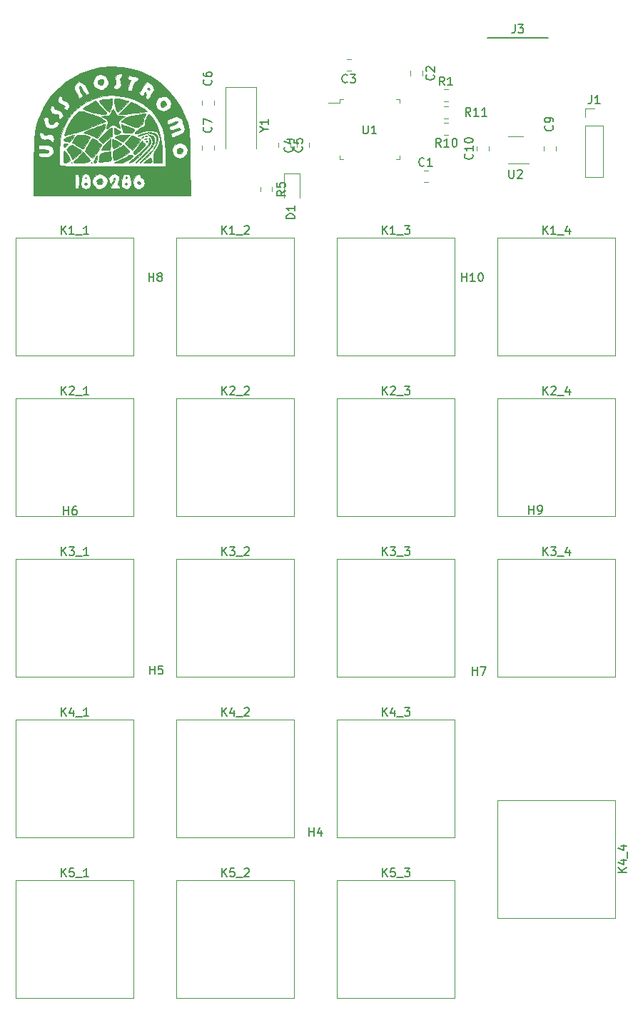
<source format=gbr>
G04 #@! TF.GenerationSoftware,KiCad,Pcbnew,5.0.1*
G04 #@! TF.CreationDate,2019-03-02T19:37:36+01:00*
G04 #@! TF.ProjectId,keypad,6B65797061642E6B696361645F706362,rev?*
G04 #@! TF.SameCoordinates,Original*
G04 #@! TF.FileFunction,Legend,Top*
G04 #@! TF.FilePolarity,Positive*
%FSLAX46Y46*%
G04 Gerber Fmt 4.6, Leading zero omitted, Abs format (unit mm)*
G04 Created by KiCad (PCBNEW 5.0.1) date Sat 02 Mar 2019 07:37:36 PM CET*
%MOMM*%
%LPD*%
G01*
G04 APERTURE LIST*
%ADD10C,0.120000*%
%ADD11C,0.150000*%
%ADD12C,0.010000*%
G04 APERTURE END LIST*
D10*
G04 #@! TO.C,C1*
X160061252Y-50190000D02*
X159538748Y-50190000D01*
X160061252Y-51610000D02*
X159538748Y-51610000D01*
G04 #@! TO.C,C2*
X159410000Y-38413748D02*
X159410000Y-38936252D01*
X157990000Y-38413748D02*
X157990000Y-38936252D01*
G04 #@! TO.C,C3*
X150911252Y-36990000D02*
X150388748Y-36990000D01*
X150911252Y-38410000D02*
X150388748Y-38410000D01*
G04 #@! TO.C,C4*
X145960000Y-46913748D02*
X145960000Y-47436252D01*
X144540000Y-46913748D02*
X144540000Y-47436252D01*
G04 #@! TO.C,C5*
X142340000Y-46938748D02*
X142340000Y-47461252D01*
X143760000Y-46938748D02*
X143760000Y-47461252D01*
G04 #@! TO.C,C6*
X133240000Y-42461252D02*
X133240000Y-41938748D01*
X134660000Y-42461252D02*
X134660000Y-41938748D01*
G04 #@! TO.C,C7*
X134660000Y-47263748D02*
X134660000Y-47786252D01*
X133240000Y-47263748D02*
X133240000Y-47786252D01*
G04 #@! TO.C,R1*
X161913748Y-40590000D02*
X162436252Y-40590000D01*
X161913748Y-42010000D02*
X162436252Y-42010000D01*
G04 #@! TO.C,K1_1*
X111156750Y-58197750D02*
X125126750Y-58197750D01*
X125126750Y-58197750D02*
X125126750Y-72167750D01*
X125126750Y-72167750D02*
X111156750Y-72167750D01*
X111156750Y-72167750D02*
X111156750Y-58197750D01*
G04 #@! TO.C,K1_2*
X130206750Y-58197750D02*
X144176750Y-58197750D01*
X144176750Y-58197750D02*
X144176750Y-72167750D01*
X144176750Y-72167750D02*
X130206750Y-72167750D01*
X130206750Y-72167750D02*
X130206750Y-58197750D01*
G04 #@! TO.C,K1_3*
X149256750Y-72167750D02*
X149256750Y-58197750D01*
X163226750Y-72167750D02*
X149256750Y-72167750D01*
X163226750Y-58197750D02*
X163226750Y-72167750D01*
X149256750Y-58197750D02*
X163226750Y-58197750D01*
G04 #@! TO.C,K1_4*
X168306750Y-72167750D02*
X168306750Y-58197750D01*
X182276750Y-72167750D02*
X168306750Y-72167750D01*
X182276750Y-58197750D02*
X182276750Y-72167750D01*
X168306750Y-58197750D02*
X182276750Y-58197750D01*
G04 #@! TO.C,K2_1*
X111156750Y-91217750D02*
X111156750Y-77247750D01*
X125126750Y-91217750D02*
X111156750Y-91217750D01*
X125126750Y-77247750D02*
X125126750Y-91217750D01*
X111156750Y-77247750D02*
X125126750Y-77247750D01*
G04 #@! TO.C,K2_2*
X130206750Y-91217750D02*
X130206750Y-77247750D01*
X144176750Y-91217750D02*
X130206750Y-91217750D01*
X144176750Y-77247750D02*
X144176750Y-91217750D01*
X130206750Y-77247750D02*
X144176750Y-77247750D01*
G04 #@! TO.C,K2_3*
X149256750Y-77247750D02*
X163226750Y-77247750D01*
X163226750Y-77247750D02*
X163226750Y-91217750D01*
X163226750Y-91217750D02*
X149256750Y-91217750D01*
X149256750Y-91217750D02*
X149256750Y-77247750D01*
G04 #@! TO.C,K2_4*
X168306750Y-77247750D02*
X182276750Y-77247750D01*
X182276750Y-77247750D02*
X182276750Y-91217750D01*
X182276750Y-91217750D02*
X168306750Y-91217750D01*
X168306750Y-91217750D02*
X168306750Y-77247750D01*
G04 #@! TO.C,K3_1*
X111156750Y-110267750D02*
X111156750Y-96297750D01*
X125126750Y-110267750D02*
X111156750Y-110267750D01*
X125126750Y-96297750D02*
X125126750Y-110267750D01*
X111156750Y-96297750D02*
X125126750Y-96297750D01*
G04 #@! TO.C,K3_2*
X130206750Y-110267750D02*
X130206750Y-96297750D01*
X144176750Y-110267750D02*
X130206750Y-110267750D01*
X144176750Y-96297750D02*
X144176750Y-110267750D01*
X130206750Y-96297750D02*
X144176750Y-96297750D01*
G04 #@! TO.C,K3_3*
X149256750Y-110267750D02*
X149256750Y-96297750D01*
X163226750Y-110267750D02*
X149256750Y-110267750D01*
X163226750Y-96297750D02*
X163226750Y-110267750D01*
X149256750Y-96297750D02*
X163226750Y-96297750D01*
G04 #@! TO.C,K3_4*
X168306750Y-110267750D02*
X168306750Y-96297750D01*
X182276750Y-110267750D02*
X168306750Y-110267750D01*
X182276750Y-96297750D02*
X182276750Y-110267750D01*
X168306750Y-96297750D02*
X182276750Y-96297750D01*
G04 #@! TO.C,K4_1*
X111156750Y-115347750D02*
X125126750Y-115347750D01*
X125126750Y-115347750D02*
X125126750Y-129317750D01*
X125126750Y-129317750D02*
X111156750Y-129317750D01*
X111156750Y-129317750D02*
X111156750Y-115347750D01*
G04 #@! TO.C,K4_2*
X130206750Y-115347750D02*
X144176750Y-115347750D01*
X144176750Y-115347750D02*
X144176750Y-129317750D01*
X144176750Y-129317750D02*
X130206750Y-129317750D01*
X130206750Y-129317750D02*
X130206750Y-115347750D01*
G04 #@! TO.C,K4_3*
X149256750Y-115347750D02*
X163226750Y-115347750D01*
X163226750Y-115347750D02*
X163226750Y-129317750D01*
X163226750Y-129317750D02*
X149256750Y-129317750D01*
X149256750Y-129317750D02*
X149256750Y-115347750D01*
G04 #@! TO.C,K5_1*
X111156750Y-134397750D02*
X125126750Y-134397750D01*
X125126750Y-134397750D02*
X125126750Y-148367750D01*
X125126750Y-148367750D02*
X111156750Y-148367750D01*
X111156750Y-148367750D02*
X111156750Y-134397750D01*
G04 #@! TO.C,K5_2*
X130206750Y-148367750D02*
X130206750Y-134397750D01*
X144176750Y-148367750D02*
X130206750Y-148367750D01*
X144176750Y-134397750D02*
X144176750Y-148367750D01*
X130206750Y-134397750D02*
X144176750Y-134397750D01*
G04 #@! TO.C,K5_3*
X149256750Y-134397750D02*
X163226750Y-134397750D01*
X163226750Y-134397750D02*
X163226750Y-148367750D01*
X163226750Y-148367750D02*
X149256750Y-148367750D01*
X149256750Y-148367750D02*
X149256750Y-134397750D01*
G04 #@! TO.C,K4_4*
X182278750Y-124873750D02*
X182278750Y-138843750D01*
X182278750Y-138843750D02*
X168308750Y-138843750D01*
X168308750Y-138843750D02*
X168308750Y-124873750D01*
X168308750Y-124873750D02*
X182278750Y-124873750D01*
G04 #@! TO.C,C9*
X173797297Y-47845288D02*
X173797297Y-47322784D01*
X175217297Y-47845288D02*
X175217297Y-47322784D01*
G04 #@! TO.C,C10*
X167292297Y-47870288D02*
X167292297Y-47347784D01*
X165872297Y-47870288D02*
X165872297Y-47347784D01*
G04 #@! TO.C,R5*
X140142936Y-52686798D02*
X140142936Y-52164294D01*
X141562936Y-52686798D02*
X141562936Y-52164294D01*
G04 #@! TO.C,U1*
X156685000Y-41790000D02*
X156685000Y-42210000D01*
X156685000Y-48910000D02*
X156685000Y-48490000D01*
X149565000Y-48910000D02*
X149565000Y-48490000D01*
X149565000Y-41790000D02*
X149985000Y-41790000D01*
X156685000Y-48910000D02*
X156265000Y-48910000D01*
X156685000Y-41790000D02*
X156265000Y-41790000D01*
X149565000Y-42210000D02*
X148185000Y-42210000D01*
X149565000Y-41790000D02*
X149565000Y-42210000D01*
X149565000Y-48910000D02*
X149985000Y-48910000D01*
G04 #@! TO.C,D1*
X144862936Y-53450546D02*
X144862936Y-50590546D01*
X144862936Y-50590546D02*
X142942936Y-50590546D01*
X142942936Y-50590546D02*
X142942936Y-53450546D01*
G04 #@! TO.C,R10*
X161938748Y-44590000D02*
X162461252Y-44590000D01*
X161938748Y-46010000D02*
X162461252Y-46010000D01*
G04 #@! TO.C,R11*
X161938748Y-44010000D02*
X162461252Y-44010000D01*
X161938748Y-42590000D02*
X162461252Y-42590000D01*
G04 #@! TO.C,U2*
X171332296Y-46174035D02*
X169532296Y-46174035D01*
X169532296Y-49394035D02*
X171982296Y-49394035D01*
G04 #@! TO.C,Y1*
X139650000Y-47575000D02*
X139650000Y-40325000D01*
X139650000Y-40325000D02*
X136050000Y-40325000D01*
X136050000Y-40325000D02*
X136050000Y-47575000D01*
D11*
G04 #@! TO.C,J3*
X174300000Y-34500000D02*
X167100000Y-34500000D01*
D10*
G04 #@! TO.C,J1*
X178740000Y-50960000D02*
X180860000Y-50960000D01*
X178740000Y-44900000D02*
X178740000Y-50960000D01*
X180860000Y-44900000D02*
X180860000Y-50960000D01*
X178740000Y-44900000D02*
X180860000Y-44900000D01*
X178740000Y-43900000D02*
X178740000Y-42840000D01*
X178740000Y-42840000D02*
X179800000Y-42840000D01*
D12*
G04 #@! TO.C,H1*
G36*
X123830802Y-37959368D02*
X125098546Y-38209600D01*
X125956281Y-38492964D01*
X127190226Y-39082519D01*
X128303880Y-39834118D01*
X129289334Y-40740507D01*
X130138679Y-41794437D01*
X130830634Y-42962000D01*
X131057139Y-43419283D01*
X131244608Y-43825508D01*
X131396957Y-44206071D01*
X131518103Y-44586366D01*
X131611960Y-44991792D01*
X131682445Y-45447743D01*
X131733474Y-45979615D01*
X131768961Y-46612805D01*
X131792824Y-47372708D01*
X131808977Y-48284721D01*
X131821337Y-49374240D01*
X131821475Y-49388200D01*
X131858934Y-53172800D01*
X113228809Y-53172800D01*
X113253315Y-51496400D01*
X118129600Y-51496400D01*
X118131932Y-51914595D01*
X118146816Y-52169822D01*
X118186086Y-52302311D01*
X118261573Y-52352294D01*
X118383600Y-52360000D01*
X118506598Y-52352070D01*
X118581665Y-52301462D01*
X118620632Y-52167945D01*
X118635333Y-51911288D01*
X118635548Y-51871779D01*
X118824224Y-51871779D01*
X118935085Y-52151435D01*
X119144534Y-52353479D01*
X119410757Y-52426437D01*
X119534909Y-52404446D01*
X119720708Y-52362733D01*
X119759934Y-52360000D01*
X119904947Y-52267589D01*
X119996093Y-52017619D01*
X120023178Y-51650978D01*
X120022181Y-51637494D01*
X120183002Y-51637494D01*
X120249641Y-51821370D01*
X120434012Y-52041959D01*
X120507039Y-52116160D01*
X120749608Y-52337227D01*
X120936206Y-52432164D01*
X121139085Y-52432482D01*
X121205116Y-52420615D01*
X121514232Y-52298910D01*
X121782120Y-52106309D01*
X121994733Y-51765765D01*
X122028008Y-51383904D01*
X121944167Y-51169682D01*
X122186698Y-51169682D01*
X122203086Y-51501794D01*
X122318334Y-51726252D01*
X122461739Y-51790875D01*
X122602288Y-51700455D01*
X122691296Y-51497914D01*
X122701600Y-51388355D01*
X122742590Y-51179851D01*
X122836356Y-51072817D01*
X122939093Y-51114704D01*
X122945390Y-51124280D01*
X122926556Y-51253206D01*
X122818937Y-51487377D01*
X122718442Y-51659337D01*
X122541799Y-51940490D01*
X122403919Y-52161618D01*
X122360036Y-52233000D01*
X122366567Y-52305905D01*
X122515478Y-52345975D01*
X122834661Y-52359786D01*
X122898803Y-52360000D01*
X123241306Y-52352727D01*
X123427108Y-52320727D01*
X123502486Y-52248723D01*
X123514400Y-52156800D01*
X123450872Y-51991314D01*
X123362000Y-51953600D01*
X123247998Y-51945029D01*
X123224094Y-51885061D01*
X123248267Y-51825845D01*
X123649597Y-51825845D01*
X123685582Y-52067111D01*
X123804594Y-52228818D01*
X123971600Y-52340193D01*
X124233929Y-52444919D01*
X124454174Y-52400989D01*
X124697768Y-52201867D01*
X124878651Y-51961478D01*
X124895818Y-51742295D01*
X124889417Y-51719267D01*
X124869462Y-51631413D01*
X125057111Y-51631413D01*
X125082831Y-51951277D01*
X125216200Y-52178595D01*
X125546046Y-52398279D01*
X125843568Y-52432056D01*
X126150973Y-52283055D01*
X126193098Y-52251025D01*
X126409613Y-51988788D01*
X126459244Y-51717625D01*
X126423486Y-51394399D01*
X126290070Y-51187623D01*
X126083583Y-51052860D01*
X125923624Y-50903677D01*
X125916653Y-50783650D01*
X125903231Y-50668538D01*
X125722225Y-50632843D01*
X125711734Y-50632800D01*
X125471668Y-50724236D01*
X125270138Y-50959847D01*
X125125749Y-51281588D01*
X125057111Y-51631413D01*
X124869462Y-51631413D01*
X124829983Y-51457603D01*
X124784875Y-51153289D01*
X124710817Y-50824927D01*
X124554082Y-50655806D01*
X124278687Y-50607404D01*
X124274948Y-50607400D01*
X124008890Y-50657760D01*
X123831648Y-50829062D01*
X123721590Y-51151633D01*
X123677075Y-51445600D01*
X123649597Y-51825845D01*
X123248267Y-51825845D01*
X123290532Y-51722312D01*
X123363791Y-51574135D01*
X123450375Y-51225639D01*
X123378428Y-50918694D01*
X123183217Y-50693060D01*
X122900008Y-50588495D01*
X122564068Y-50644759D01*
X122546361Y-50652579D01*
X122306451Y-50861526D01*
X122186698Y-51169682D01*
X121944167Y-51169682D01*
X121882898Y-51013136D01*
X121759490Y-50863709D01*
X121417616Y-50642768D01*
X121048285Y-50596048D01*
X120695950Y-50707721D01*
X120405066Y-50961957D01*
X120220086Y-51342927D01*
X120202584Y-51418083D01*
X120183002Y-51637494D01*
X120022181Y-51637494D01*
X120003371Y-51383336D01*
X119934907Y-51014535D01*
X119826875Y-50787702D01*
X119691968Y-50666111D01*
X119498992Y-50565433D01*
X119339079Y-50589539D01*
X119196400Y-50674257D01*
X118991215Y-50897717D01*
X118942400Y-51085728D01*
X118904760Y-51385741D01*
X118853769Y-51565985D01*
X118824224Y-51871779D01*
X118635548Y-51871779D01*
X118637600Y-51496400D01*
X118635267Y-51078204D01*
X118620383Y-50822977D01*
X118581113Y-50690488D01*
X118505626Y-50640505D01*
X118383600Y-50632800D01*
X118260601Y-50640729D01*
X118185534Y-50691337D01*
X118146567Y-50824854D01*
X118131866Y-51081511D01*
X118129600Y-51496400D01*
X113253315Y-51496400D01*
X113281907Y-49540600D01*
X113299080Y-48498332D01*
X113317993Y-47637424D01*
X113324507Y-47427329D01*
X113862400Y-47427329D01*
X113878631Y-47568711D01*
X113959664Y-47647464D01*
X114154002Y-47686827D01*
X114445612Y-47706729D01*
X114793525Y-47738457D01*
X114983144Y-47797485D01*
X115059006Y-47898847D01*
X115062662Y-47915000D01*
X115055225Y-48014021D01*
X114956948Y-48068011D01*
X114725711Y-48089810D01*
X114479449Y-48092800D01*
X114139046Y-48098026D01*
X113954367Y-48126725D01*
X113877976Y-48198421D01*
X113862435Y-48332644D01*
X113862400Y-48346800D01*
X113874254Y-48484240D01*
X113940679Y-48560295D01*
X114107965Y-48593077D01*
X114422405Y-48600700D01*
X114511544Y-48600800D01*
X114928184Y-48580145D01*
X116298674Y-48580145D01*
X116301853Y-49040151D01*
X116318708Y-49398175D01*
X116350248Y-49612812D01*
X116368533Y-49650666D01*
X116479493Y-49662685D01*
X116776031Y-49674023D01*
X117240526Y-49684490D01*
X117855357Y-49693897D01*
X118602904Y-49702053D01*
X119465544Y-49708770D01*
X120425658Y-49713859D01*
X121465623Y-49717129D01*
X122567819Y-49718391D01*
X122667733Y-49718400D01*
X128899200Y-49718400D01*
X128899200Y-48159852D01*
X128887200Y-47779047D01*
X129689997Y-47779047D01*
X129758206Y-48208423D01*
X129962532Y-48534405D01*
X130262039Y-48737813D01*
X130615790Y-48799467D01*
X130982846Y-48700190D01*
X131243815Y-48507015D01*
X131483582Y-48160983D01*
X131527227Y-47786163D01*
X131391487Y-47387569D01*
X131146547Y-47099134D01*
X130822162Y-46957005D01*
X130467211Y-46949937D01*
X130130573Y-47066684D01*
X129861127Y-47295999D01*
X129707754Y-47626637D01*
X129689997Y-47779047D01*
X128887200Y-47779047D01*
X128864293Y-47052182D01*
X128751853Y-46103392D01*
X128550298Y-45280166D01*
X128248048Y-44549184D01*
X128183649Y-44444775D01*
X129079190Y-44444775D01*
X129114421Y-44640639D01*
X129142030Y-44711896D01*
X129247723Y-44697826D01*
X129487150Y-44625790D01*
X129756450Y-44530450D01*
X130069706Y-44424445D01*
X130300727Y-44367124D01*
X130389584Y-44367717D01*
X130400579Y-44489172D01*
X130215492Y-44628663D01*
X129840210Y-44781872D01*
X129812404Y-44791196D01*
X129483924Y-44925668D01*
X129328270Y-45060776D01*
X129305600Y-45148569D01*
X129349363Y-45336271D01*
X129498872Y-45407935D01*
X129781457Y-45369336D01*
X130016800Y-45298800D01*
X130323267Y-45216148D01*
X130557172Y-45187430D01*
X130632969Y-45201260D01*
X130693903Y-45284628D01*
X130601805Y-45379276D01*
X130339857Y-45496469D01*
X130035337Y-45601555D01*
X129711153Y-45725126D01*
X129562018Y-45834611D01*
X129552737Y-45927154D01*
X129605067Y-46117745D01*
X129610400Y-46170709D01*
X129632959Y-46239435D01*
X129725469Y-46253473D01*
X129925174Y-46207473D01*
X130269321Y-46096085D01*
X130370120Y-46061584D01*
X130854213Y-45841582D01*
X131147410Y-45583360D01*
X131246235Y-45292620D01*
X131147213Y-44975059D01*
X131086831Y-44886418D01*
X130969559Y-44630727D01*
X130934431Y-44415561D01*
X130839532Y-44130368D01*
X130599006Y-43920573D01*
X130268207Y-43831624D01*
X130222793Y-43831276D01*
X129973381Y-43873336D01*
X129645336Y-43972704D01*
X129508800Y-44024927D01*
X129226243Y-44160137D01*
X129097414Y-44286444D01*
X129079190Y-44444775D01*
X128183649Y-44444775D01*
X127833522Y-43877129D01*
X127295138Y-43230682D01*
X127124288Y-43053432D01*
X126288137Y-42346918D01*
X126203744Y-42299165D01*
X127716395Y-42299165D01*
X127793093Y-42650752D01*
X127996887Y-42951531D01*
X128309303Y-43154792D01*
X128645200Y-43216000D01*
X129042307Y-43122038D01*
X129272225Y-42972783D01*
X129505134Y-42659717D01*
X129574004Y-42304034D01*
X129497306Y-41952447D01*
X129293512Y-41651668D01*
X128981096Y-41448407D01*
X128645200Y-41387200D01*
X128248092Y-41481161D01*
X128018174Y-41630416D01*
X127785265Y-41943482D01*
X127716395Y-42299165D01*
X126203744Y-42299165D01*
X125356361Y-41819687D01*
X124328936Y-41471729D01*
X123205840Y-41303036D01*
X122680063Y-41285600D01*
X121515097Y-41376690D01*
X120426031Y-41646798D01*
X119428120Y-42091175D01*
X118810765Y-42489459D01*
X117972206Y-43228760D01*
X117298790Y-44081741D01*
X116797642Y-45037192D01*
X116475886Y-46083904D01*
X116452612Y-46199621D01*
X116402543Y-46548437D01*
X116361106Y-47002304D01*
X116329309Y-47519816D01*
X116308163Y-48059565D01*
X116298674Y-48580145D01*
X114928184Y-48580145D01*
X114946238Y-48579250D01*
X115237042Y-48506730D01*
X115392077Y-48413432D01*
X115586709Y-48136924D01*
X115623466Y-47889600D01*
X115559462Y-47558432D01*
X115356416Y-47336600D01*
X114997782Y-47213518D01*
X114511544Y-47178400D01*
X114160189Y-47183193D01*
X113965750Y-47209398D01*
X113881976Y-47274751D01*
X113862613Y-47396988D01*
X113862400Y-47427329D01*
X113324507Y-47427329D01*
X113339742Y-46936037D01*
X113365424Y-46372332D01*
X113394996Y-45941072D01*
X113964000Y-45941072D01*
X114032388Y-46288395D01*
X114239607Y-46488983D01*
X114588734Y-46545166D01*
X114744527Y-46531214D01*
X115029701Y-46507973D01*
X115160769Y-46546632D01*
X115183200Y-46614093D01*
X115267372Y-46745492D01*
X115451164Y-46818614D01*
X115615000Y-46798928D01*
X115670070Y-46680244D01*
X115691200Y-46468461D01*
X115621097Y-46129701D01*
X115416702Y-45939020D01*
X115086878Y-45900287D01*
X114649800Y-46013754D01*
X114503020Y-46019523D01*
X114472000Y-45919270D01*
X114424506Y-45777166D01*
X114378709Y-45756000D01*
X114208442Y-45722486D01*
X114124709Y-45694329D01*
X114009755Y-45695284D01*
X113966628Y-45845068D01*
X113964000Y-45941072D01*
X113394996Y-45941072D01*
X113396135Y-45924469D01*
X113432972Y-45570609D01*
X113477032Y-45288914D01*
X113501239Y-45172160D01*
X113790976Y-44218953D01*
X114479696Y-44218953D01*
X114495805Y-44555145D01*
X114593526Y-44860648D01*
X114628952Y-44918868D01*
X114905288Y-45153065D01*
X115269570Y-45256227D01*
X115654762Y-45228742D01*
X115993832Y-45070996D01*
X116149988Y-44910100D01*
X116285313Y-44644858D01*
X116246650Y-44469567D01*
X116088568Y-44381533D01*
X115871719Y-44388316D01*
X115727207Y-44527087D01*
X115512582Y-44704565D01*
X115282013Y-44719457D01*
X115092838Y-44598701D01*
X115002397Y-44369235D01*
X115018480Y-44194114D01*
X115025981Y-43996672D01*
X114886930Y-43900635D01*
X114855660Y-43891815D01*
X114645924Y-43893265D01*
X114553390Y-43956420D01*
X114479696Y-44218953D01*
X113790976Y-44218953D01*
X113897323Y-43869084D01*
X114343025Y-42923587D01*
X115180759Y-42923587D01*
X115258712Y-43205208D01*
X115476817Y-43419109D01*
X115804363Y-43518613D01*
X115865733Y-43520800D01*
X116102695Y-43543221D01*
X116185038Y-43627423D01*
X116182722Y-43698600D01*
X116203938Y-43929274D01*
X116314563Y-44096520D01*
X116406053Y-44130400D01*
X116522777Y-44053853D01*
X116665742Y-43876400D01*
X116773197Y-43677297D01*
X116755633Y-43520717D01*
X116666799Y-43370013D01*
X116450023Y-43161274D01*
X116223314Y-43056727D01*
X115915567Y-42982461D01*
X115765908Y-42918298D01*
X115732341Y-42838900D01*
X115751060Y-42771824D01*
X115723304Y-42634454D01*
X115577429Y-42548279D01*
X115397002Y-42539712D01*
X115273671Y-42620927D01*
X115180759Y-42923587D01*
X114343025Y-42923587D01*
X114472013Y-42649958D01*
X115063738Y-41755413D01*
X116103331Y-41755413D01*
X116155117Y-42051567D01*
X116378774Y-42293029D01*
X116741566Y-42444540D01*
X116932792Y-42508286D01*
X116953457Y-42593278D01*
X116897801Y-42672380D01*
X116824375Y-42815308D01*
X116915097Y-42939545D01*
X116957937Y-42972177D01*
X117128549Y-43058316D01*
X117279481Y-42993349D01*
X117335102Y-42945436D01*
X117482016Y-42721327D01*
X117520000Y-42547110D01*
X117427228Y-42245978D01*
X117160870Y-42030361D01*
X116907439Y-41945349D01*
X116692357Y-41867467D01*
X116643227Y-41745909D01*
X116654688Y-41697391D01*
X116630413Y-41488026D01*
X116546099Y-41379979D01*
X116400796Y-41300368D01*
X116279734Y-41382805D01*
X116239005Y-41435853D01*
X116103331Y-41755413D01*
X115063738Y-41755413D01*
X115212519Y-41530493D01*
X116106049Y-40526398D01*
X116266285Y-40391078D01*
X118046833Y-40391078D01*
X118102458Y-40585986D01*
X118238184Y-40884909D01*
X118308117Y-41027691D01*
X118477155Y-41350212D01*
X118619488Y-41585379D01*
X118707206Y-41687604D01*
X118712851Y-41688768D01*
X118848599Y-41630833D01*
X118961296Y-41555323D01*
X119055036Y-41462176D01*
X119062312Y-41347322D01*
X118975126Y-41151353D01*
X118885096Y-40989384D01*
X118719965Y-40645764D01*
X118643492Y-40369953D01*
X118663148Y-40201386D01*
X118729501Y-40168000D01*
X118823316Y-40249824D01*
X118976960Y-40463211D01*
X119138117Y-40729188D01*
X119318601Y-41032697D01*
X119444938Y-41186021D01*
X119553406Y-41220948D01*
X119655816Y-41182813D01*
X119784164Y-41109324D01*
X119784919Y-41108212D01*
X125800104Y-41108212D01*
X125840612Y-41195472D01*
X125907171Y-41251144D01*
X126101409Y-41367515D01*
X126224319Y-41334465D01*
X126341603Y-41131115D01*
X126351277Y-41110014D01*
X126447343Y-40930696D01*
X126517546Y-40922003D01*
X126575081Y-41007068D01*
X126611619Y-41264786D01*
X126571450Y-41370289D01*
X126529686Y-41581485D01*
X126590440Y-41679400D01*
X126789693Y-41775014D01*
X126977834Y-41684321D01*
X127122526Y-41423100D01*
X127123822Y-41419131D01*
X127252912Y-41128050D01*
X127403222Y-40904368D01*
X127560400Y-40626919D01*
X127523130Y-40346264D01*
X127288632Y-40049677D01*
X127199651Y-39972196D01*
X126953701Y-39788220D01*
X126759891Y-39676061D01*
X126703229Y-39660000D01*
X126600584Y-39741803D01*
X126430254Y-39959565D01*
X126223587Y-40271807D01*
X126153331Y-40387544D01*
X125944676Y-40745603D01*
X125830863Y-40972041D01*
X125800104Y-41108212D01*
X119784919Y-41108212D01*
X119836763Y-41031874D01*
X119809809Y-40900150D01*
X119699498Y-40663839D01*
X119602014Y-40471249D01*
X119320029Y-40037286D01*
X119038726Y-39795420D01*
X120307268Y-39795420D01*
X120388490Y-40138574D01*
X120617899Y-40429177D01*
X120759826Y-40523636D01*
X121117930Y-40656663D01*
X121455226Y-40623642D01*
X121676334Y-40528391D01*
X121976181Y-40279474D01*
X122004095Y-40218795D01*
X122768294Y-40218795D01*
X122770856Y-40408637D01*
X122825422Y-40488684D01*
X122978502Y-40561292D01*
X123137946Y-40546393D01*
X123352495Y-40458643D01*
X123568890Y-40305444D01*
X123643642Y-40082624D01*
X123586864Y-39748147D01*
X123550755Y-39634600D01*
X123478324Y-39385871D01*
X123486848Y-39284463D01*
X124431058Y-39284463D01*
X124499958Y-39435661D01*
X124581200Y-39456800D01*
X124716761Y-39477503D01*
X124733600Y-39494826D01*
X124702845Y-39604834D01*
X124625168Y-39838556D01*
X124581200Y-39964800D01*
X124458479Y-40368719D01*
X124436907Y-40621106D01*
X124519351Y-40748280D01*
X124669787Y-40777600D01*
X124820140Y-40747817D01*
X124926434Y-40627252D01*
X125022807Y-40369081D01*
X125058670Y-40244200D01*
X125174082Y-39906290D01*
X125297623Y-39730444D01*
X125416925Y-39679690D01*
X125576888Y-39590312D01*
X125687432Y-39426206D01*
X125705956Y-39267783D01*
X125663861Y-39213597D01*
X125535845Y-39164289D01*
X125278795Y-39080894D01*
X125071671Y-39018110D01*
X124763535Y-38934117D01*
X124595101Y-38915720D01*
X124513825Y-38962705D01*
X124487471Y-39015723D01*
X124431058Y-39284463D01*
X123486848Y-39284463D01*
X123487626Y-39275219D01*
X123557862Y-39253600D01*
X123676825Y-39166545D01*
X123742466Y-38999600D01*
X123750282Y-38816614D01*
X123638791Y-38751665D01*
X123507568Y-38745600D01*
X123184943Y-38822065D01*
X122980879Y-39024528D01*
X122933602Y-39312589D01*
X122939295Y-39346184D01*
X122992774Y-39616386D01*
X123024622Y-39781050D01*
X123006926Y-39925717D01*
X122960630Y-39951315D01*
X122839821Y-40033490D01*
X122768294Y-40218795D01*
X122004095Y-40218795D01*
X122124980Y-39956022D01*
X122135121Y-39604240D01*
X122018993Y-39270332D01*
X121788988Y-39000504D01*
X121457496Y-38840959D01*
X121217492Y-38817317D01*
X120829346Y-38910664D01*
X120540035Y-39135464D01*
X120361896Y-39445716D01*
X120307268Y-39795420D01*
X119038726Y-39795420D01*
X119012456Y-39772833D01*
X118701193Y-39683593D01*
X118408137Y-39775263D01*
X118155186Y-40053545D01*
X118134409Y-40089233D01*
X118060940Y-40244166D01*
X118046833Y-40391078D01*
X116266285Y-40391078D01*
X117139811Y-39653385D01*
X118301012Y-38927165D01*
X118778906Y-38690237D01*
X119966267Y-38249750D01*
X121228287Y-37980442D01*
X122528590Y-37883315D01*
X123830802Y-37959368D01*
X123830802Y-37959368D01*
G37*
X123830802Y-37959368D02*
X125098546Y-38209600D01*
X125956281Y-38492964D01*
X127190226Y-39082519D01*
X128303880Y-39834118D01*
X129289334Y-40740507D01*
X130138679Y-41794437D01*
X130830634Y-42962000D01*
X131057139Y-43419283D01*
X131244608Y-43825508D01*
X131396957Y-44206071D01*
X131518103Y-44586366D01*
X131611960Y-44991792D01*
X131682445Y-45447743D01*
X131733474Y-45979615D01*
X131768961Y-46612805D01*
X131792824Y-47372708D01*
X131808977Y-48284721D01*
X131821337Y-49374240D01*
X131821475Y-49388200D01*
X131858934Y-53172800D01*
X113228809Y-53172800D01*
X113253315Y-51496400D01*
X118129600Y-51496400D01*
X118131932Y-51914595D01*
X118146816Y-52169822D01*
X118186086Y-52302311D01*
X118261573Y-52352294D01*
X118383600Y-52360000D01*
X118506598Y-52352070D01*
X118581665Y-52301462D01*
X118620632Y-52167945D01*
X118635333Y-51911288D01*
X118635548Y-51871779D01*
X118824224Y-51871779D01*
X118935085Y-52151435D01*
X119144534Y-52353479D01*
X119410757Y-52426437D01*
X119534909Y-52404446D01*
X119720708Y-52362733D01*
X119759934Y-52360000D01*
X119904947Y-52267589D01*
X119996093Y-52017619D01*
X120023178Y-51650978D01*
X120022181Y-51637494D01*
X120183002Y-51637494D01*
X120249641Y-51821370D01*
X120434012Y-52041959D01*
X120507039Y-52116160D01*
X120749608Y-52337227D01*
X120936206Y-52432164D01*
X121139085Y-52432482D01*
X121205116Y-52420615D01*
X121514232Y-52298910D01*
X121782120Y-52106309D01*
X121994733Y-51765765D01*
X122028008Y-51383904D01*
X121944167Y-51169682D01*
X122186698Y-51169682D01*
X122203086Y-51501794D01*
X122318334Y-51726252D01*
X122461739Y-51790875D01*
X122602288Y-51700455D01*
X122691296Y-51497914D01*
X122701600Y-51388355D01*
X122742590Y-51179851D01*
X122836356Y-51072817D01*
X122939093Y-51114704D01*
X122945390Y-51124280D01*
X122926556Y-51253206D01*
X122818937Y-51487377D01*
X122718442Y-51659337D01*
X122541799Y-51940490D01*
X122403919Y-52161618D01*
X122360036Y-52233000D01*
X122366567Y-52305905D01*
X122515478Y-52345975D01*
X122834661Y-52359786D01*
X122898803Y-52360000D01*
X123241306Y-52352727D01*
X123427108Y-52320727D01*
X123502486Y-52248723D01*
X123514400Y-52156800D01*
X123450872Y-51991314D01*
X123362000Y-51953600D01*
X123247998Y-51945029D01*
X123224094Y-51885061D01*
X123248267Y-51825845D01*
X123649597Y-51825845D01*
X123685582Y-52067111D01*
X123804594Y-52228818D01*
X123971600Y-52340193D01*
X124233929Y-52444919D01*
X124454174Y-52400989D01*
X124697768Y-52201867D01*
X124878651Y-51961478D01*
X124895818Y-51742295D01*
X124889417Y-51719267D01*
X124869462Y-51631413D01*
X125057111Y-51631413D01*
X125082831Y-51951277D01*
X125216200Y-52178595D01*
X125546046Y-52398279D01*
X125843568Y-52432056D01*
X126150973Y-52283055D01*
X126193098Y-52251025D01*
X126409613Y-51988788D01*
X126459244Y-51717625D01*
X126423486Y-51394399D01*
X126290070Y-51187623D01*
X126083583Y-51052860D01*
X125923624Y-50903677D01*
X125916653Y-50783650D01*
X125903231Y-50668538D01*
X125722225Y-50632843D01*
X125711734Y-50632800D01*
X125471668Y-50724236D01*
X125270138Y-50959847D01*
X125125749Y-51281588D01*
X125057111Y-51631413D01*
X124869462Y-51631413D01*
X124829983Y-51457603D01*
X124784875Y-51153289D01*
X124710817Y-50824927D01*
X124554082Y-50655806D01*
X124278687Y-50607404D01*
X124274948Y-50607400D01*
X124008890Y-50657760D01*
X123831648Y-50829062D01*
X123721590Y-51151633D01*
X123677075Y-51445600D01*
X123649597Y-51825845D01*
X123248267Y-51825845D01*
X123290532Y-51722312D01*
X123363791Y-51574135D01*
X123450375Y-51225639D01*
X123378428Y-50918694D01*
X123183217Y-50693060D01*
X122900008Y-50588495D01*
X122564068Y-50644759D01*
X122546361Y-50652579D01*
X122306451Y-50861526D01*
X122186698Y-51169682D01*
X121944167Y-51169682D01*
X121882898Y-51013136D01*
X121759490Y-50863709D01*
X121417616Y-50642768D01*
X121048285Y-50596048D01*
X120695950Y-50707721D01*
X120405066Y-50961957D01*
X120220086Y-51342927D01*
X120202584Y-51418083D01*
X120183002Y-51637494D01*
X120022181Y-51637494D01*
X120003371Y-51383336D01*
X119934907Y-51014535D01*
X119826875Y-50787702D01*
X119691968Y-50666111D01*
X119498992Y-50565433D01*
X119339079Y-50589539D01*
X119196400Y-50674257D01*
X118991215Y-50897717D01*
X118942400Y-51085728D01*
X118904760Y-51385741D01*
X118853769Y-51565985D01*
X118824224Y-51871779D01*
X118635548Y-51871779D01*
X118637600Y-51496400D01*
X118635267Y-51078204D01*
X118620383Y-50822977D01*
X118581113Y-50690488D01*
X118505626Y-50640505D01*
X118383600Y-50632800D01*
X118260601Y-50640729D01*
X118185534Y-50691337D01*
X118146567Y-50824854D01*
X118131866Y-51081511D01*
X118129600Y-51496400D01*
X113253315Y-51496400D01*
X113281907Y-49540600D01*
X113299080Y-48498332D01*
X113317993Y-47637424D01*
X113324507Y-47427329D01*
X113862400Y-47427329D01*
X113878631Y-47568711D01*
X113959664Y-47647464D01*
X114154002Y-47686827D01*
X114445612Y-47706729D01*
X114793525Y-47738457D01*
X114983144Y-47797485D01*
X115059006Y-47898847D01*
X115062662Y-47915000D01*
X115055225Y-48014021D01*
X114956948Y-48068011D01*
X114725711Y-48089810D01*
X114479449Y-48092800D01*
X114139046Y-48098026D01*
X113954367Y-48126725D01*
X113877976Y-48198421D01*
X113862435Y-48332644D01*
X113862400Y-48346800D01*
X113874254Y-48484240D01*
X113940679Y-48560295D01*
X114107965Y-48593077D01*
X114422405Y-48600700D01*
X114511544Y-48600800D01*
X114928184Y-48580145D01*
X116298674Y-48580145D01*
X116301853Y-49040151D01*
X116318708Y-49398175D01*
X116350248Y-49612812D01*
X116368533Y-49650666D01*
X116479493Y-49662685D01*
X116776031Y-49674023D01*
X117240526Y-49684490D01*
X117855357Y-49693897D01*
X118602904Y-49702053D01*
X119465544Y-49708770D01*
X120425658Y-49713859D01*
X121465623Y-49717129D01*
X122567819Y-49718391D01*
X122667733Y-49718400D01*
X128899200Y-49718400D01*
X128899200Y-48159852D01*
X128887200Y-47779047D01*
X129689997Y-47779047D01*
X129758206Y-48208423D01*
X129962532Y-48534405D01*
X130262039Y-48737813D01*
X130615790Y-48799467D01*
X130982846Y-48700190D01*
X131243815Y-48507015D01*
X131483582Y-48160983D01*
X131527227Y-47786163D01*
X131391487Y-47387569D01*
X131146547Y-47099134D01*
X130822162Y-46957005D01*
X130467211Y-46949937D01*
X130130573Y-47066684D01*
X129861127Y-47295999D01*
X129707754Y-47626637D01*
X129689997Y-47779047D01*
X128887200Y-47779047D01*
X128864293Y-47052182D01*
X128751853Y-46103392D01*
X128550298Y-45280166D01*
X128248048Y-44549184D01*
X128183649Y-44444775D01*
X129079190Y-44444775D01*
X129114421Y-44640639D01*
X129142030Y-44711896D01*
X129247723Y-44697826D01*
X129487150Y-44625790D01*
X129756450Y-44530450D01*
X130069706Y-44424445D01*
X130300727Y-44367124D01*
X130389584Y-44367717D01*
X130400579Y-44489172D01*
X130215492Y-44628663D01*
X129840210Y-44781872D01*
X129812404Y-44791196D01*
X129483924Y-44925668D01*
X129328270Y-45060776D01*
X129305600Y-45148569D01*
X129349363Y-45336271D01*
X129498872Y-45407935D01*
X129781457Y-45369336D01*
X130016800Y-45298800D01*
X130323267Y-45216148D01*
X130557172Y-45187430D01*
X130632969Y-45201260D01*
X130693903Y-45284628D01*
X130601805Y-45379276D01*
X130339857Y-45496469D01*
X130035337Y-45601555D01*
X129711153Y-45725126D01*
X129562018Y-45834611D01*
X129552737Y-45927154D01*
X129605067Y-46117745D01*
X129610400Y-46170709D01*
X129632959Y-46239435D01*
X129725469Y-46253473D01*
X129925174Y-46207473D01*
X130269321Y-46096085D01*
X130370120Y-46061584D01*
X130854213Y-45841582D01*
X131147410Y-45583360D01*
X131246235Y-45292620D01*
X131147213Y-44975059D01*
X131086831Y-44886418D01*
X130969559Y-44630727D01*
X130934431Y-44415561D01*
X130839532Y-44130368D01*
X130599006Y-43920573D01*
X130268207Y-43831624D01*
X130222793Y-43831276D01*
X129973381Y-43873336D01*
X129645336Y-43972704D01*
X129508800Y-44024927D01*
X129226243Y-44160137D01*
X129097414Y-44286444D01*
X129079190Y-44444775D01*
X128183649Y-44444775D01*
X127833522Y-43877129D01*
X127295138Y-43230682D01*
X127124288Y-43053432D01*
X126288137Y-42346918D01*
X126203744Y-42299165D01*
X127716395Y-42299165D01*
X127793093Y-42650752D01*
X127996887Y-42951531D01*
X128309303Y-43154792D01*
X128645200Y-43216000D01*
X129042307Y-43122038D01*
X129272225Y-42972783D01*
X129505134Y-42659717D01*
X129574004Y-42304034D01*
X129497306Y-41952447D01*
X129293512Y-41651668D01*
X128981096Y-41448407D01*
X128645200Y-41387200D01*
X128248092Y-41481161D01*
X128018174Y-41630416D01*
X127785265Y-41943482D01*
X127716395Y-42299165D01*
X126203744Y-42299165D01*
X125356361Y-41819687D01*
X124328936Y-41471729D01*
X123205840Y-41303036D01*
X122680063Y-41285600D01*
X121515097Y-41376690D01*
X120426031Y-41646798D01*
X119428120Y-42091175D01*
X118810765Y-42489459D01*
X117972206Y-43228760D01*
X117298790Y-44081741D01*
X116797642Y-45037192D01*
X116475886Y-46083904D01*
X116452612Y-46199621D01*
X116402543Y-46548437D01*
X116361106Y-47002304D01*
X116329309Y-47519816D01*
X116308163Y-48059565D01*
X116298674Y-48580145D01*
X114928184Y-48580145D01*
X114946238Y-48579250D01*
X115237042Y-48506730D01*
X115392077Y-48413432D01*
X115586709Y-48136924D01*
X115623466Y-47889600D01*
X115559462Y-47558432D01*
X115356416Y-47336600D01*
X114997782Y-47213518D01*
X114511544Y-47178400D01*
X114160189Y-47183193D01*
X113965750Y-47209398D01*
X113881976Y-47274751D01*
X113862613Y-47396988D01*
X113862400Y-47427329D01*
X113324507Y-47427329D01*
X113339742Y-46936037D01*
X113365424Y-46372332D01*
X113394996Y-45941072D01*
X113964000Y-45941072D01*
X114032388Y-46288395D01*
X114239607Y-46488983D01*
X114588734Y-46545166D01*
X114744527Y-46531214D01*
X115029701Y-46507973D01*
X115160769Y-46546632D01*
X115183200Y-46614093D01*
X115267372Y-46745492D01*
X115451164Y-46818614D01*
X115615000Y-46798928D01*
X115670070Y-46680244D01*
X115691200Y-46468461D01*
X115621097Y-46129701D01*
X115416702Y-45939020D01*
X115086878Y-45900287D01*
X114649800Y-46013754D01*
X114503020Y-46019523D01*
X114472000Y-45919270D01*
X114424506Y-45777166D01*
X114378709Y-45756000D01*
X114208442Y-45722486D01*
X114124709Y-45694329D01*
X114009755Y-45695284D01*
X113966628Y-45845068D01*
X113964000Y-45941072D01*
X113394996Y-45941072D01*
X113396135Y-45924469D01*
X113432972Y-45570609D01*
X113477032Y-45288914D01*
X113501239Y-45172160D01*
X113790976Y-44218953D01*
X114479696Y-44218953D01*
X114495805Y-44555145D01*
X114593526Y-44860648D01*
X114628952Y-44918868D01*
X114905288Y-45153065D01*
X115269570Y-45256227D01*
X115654762Y-45228742D01*
X115993832Y-45070996D01*
X116149988Y-44910100D01*
X116285313Y-44644858D01*
X116246650Y-44469567D01*
X116088568Y-44381533D01*
X115871719Y-44388316D01*
X115727207Y-44527087D01*
X115512582Y-44704565D01*
X115282013Y-44719457D01*
X115092838Y-44598701D01*
X115002397Y-44369235D01*
X115018480Y-44194114D01*
X115025981Y-43996672D01*
X114886930Y-43900635D01*
X114855660Y-43891815D01*
X114645924Y-43893265D01*
X114553390Y-43956420D01*
X114479696Y-44218953D01*
X113790976Y-44218953D01*
X113897323Y-43869084D01*
X114343025Y-42923587D01*
X115180759Y-42923587D01*
X115258712Y-43205208D01*
X115476817Y-43419109D01*
X115804363Y-43518613D01*
X115865733Y-43520800D01*
X116102695Y-43543221D01*
X116185038Y-43627423D01*
X116182722Y-43698600D01*
X116203938Y-43929274D01*
X116314563Y-44096520D01*
X116406053Y-44130400D01*
X116522777Y-44053853D01*
X116665742Y-43876400D01*
X116773197Y-43677297D01*
X116755633Y-43520717D01*
X116666799Y-43370013D01*
X116450023Y-43161274D01*
X116223314Y-43056727D01*
X115915567Y-42982461D01*
X115765908Y-42918298D01*
X115732341Y-42838900D01*
X115751060Y-42771824D01*
X115723304Y-42634454D01*
X115577429Y-42548279D01*
X115397002Y-42539712D01*
X115273671Y-42620927D01*
X115180759Y-42923587D01*
X114343025Y-42923587D01*
X114472013Y-42649958D01*
X115063738Y-41755413D01*
X116103331Y-41755413D01*
X116155117Y-42051567D01*
X116378774Y-42293029D01*
X116741566Y-42444540D01*
X116932792Y-42508286D01*
X116953457Y-42593278D01*
X116897801Y-42672380D01*
X116824375Y-42815308D01*
X116915097Y-42939545D01*
X116957937Y-42972177D01*
X117128549Y-43058316D01*
X117279481Y-42993349D01*
X117335102Y-42945436D01*
X117482016Y-42721327D01*
X117520000Y-42547110D01*
X117427228Y-42245978D01*
X117160870Y-42030361D01*
X116907439Y-41945349D01*
X116692357Y-41867467D01*
X116643227Y-41745909D01*
X116654688Y-41697391D01*
X116630413Y-41488026D01*
X116546099Y-41379979D01*
X116400796Y-41300368D01*
X116279734Y-41382805D01*
X116239005Y-41435853D01*
X116103331Y-41755413D01*
X115063738Y-41755413D01*
X115212519Y-41530493D01*
X116106049Y-40526398D01*
X116266285Y-40391078D01*
X118046833Y-40391078D01*
X118102458Y-40585986D01*
X118238184Y-40884909D01*
X118308117Y-41027691D01*
X118477155Y-41350212D01*
X118619488Y-41585379D01*
X118707206Y-41687604D01*
X118712851Y-41688768D01*
X118848599Y-41630833D01*
X118961296Y-41555323D01*
X119055036Y-41462176D01*
X119062312Y-41347322D01*
X118975126Y-41151353D01*
X118885096Y-40989384D01*
X118719965Y-40645764D01*
X118643492Y-40369953D01*
X118663148Y-40201386D01*
X118729501Y-40168000D01*
X118823316Y-40249824D01*
X118976960Y-40463211D01*
X119138117Y-40729188D01*
X119318601Y-41032697D01*
X119444938Y-41186021D01*
X119553406Y-41220948D01*
X119655816Y-41182813D01*
X119784164Y-41109324D01*
X119784919Y-41108212D01*
X125800104Y-41108212D01*
X125840612Y-41195472D01*
X125907171Y-41251144D01*
X126101409Y-41367515D01*
X126224319Y-41334465D01*
X126341603Y-41131115D01*
X126351277Y-41110014D01*
X126447343Y-40930696D01*
X126517546Y-40922003D01*
X126575081Y-41007068D01*
X126611619Y-41264786D01*
X126571450Y-41370289D01*
X126529686Y-41581485D01*
X126590440Y-41679400D01*
X126789693Y-41775014D01*
X126977834Y-41684321D01*
X127122526Y-41423100D01*
X127123822Y-41419131D01*
X127252912Y-41128050D01*
X127403222Y-40904368D01*
X127560400Y-40626919D01*
X127523130Y-40346264D01*
X127288632Y-40049677D01*
X127199651Y-39972196D01*
X126953701Y-39788220D01*
X126759891Y-39676061D01*
X126703229Y-39660000D01*
X126600584Y-39741803D01*
X126430254Y-39959565D01*
X126223587Y-40271807D01*
X126153331Y-40387544D01*
X125944676Y-40745603D01*
X125830863Y-40972041D01*
X125800104Y-41108212D01*
X119784919Y-41108212D01*
X119836763Y-41031874D01*
X119809809Y-40900150D01*
X119699498Y-40663839D01*
X119602014Y-40471249D01*
X119320029Y-40037286D01*
X119038726Y-39795420D01*
X120307268Y-39795420D01*
X120388490Y-40138574D01*
X120617899Y-40429177D01*
X120759826Y-40523636D01*
X121117930Y-40656663D01*
X121455226Y-40623642D01*
X121676334Y-40528391D01*
X121976181Y-40279474D01*
X122004095Y-40218795D01*
X122768294Y-40218795D01*
X122770856Y-40408637D01*
X122825422Y-40488684D01*
X122978502Y-40561292D01*
X123137946Y-40546393D01*
X123352495Y-40458643D01*
X123568890Y-40305444D01*
X123643642Y-40082624D01*
X123586864Y-39748147D01*
X123550755Y-39634600D01*
X123478324Y-39385871D01*
X123486848Y-39284463D01*
X124431058Y-39284463D01*
X124499958Y-39435661D01*
X124581200Y-39456800D01*
X124716761Y-39477503D01*
X124733600Y-39494826D01*
X124702845Y-39604834D01*
X124625168Y-39838556D01*
X124581200Y-39964800D01*
X124458479Y-40368719D01*
X124436907Y-40621106D01*
X124519351Y-40748280D01*
X124669787Y-40777600D01*
X124820140Y-40747817D01*
X124926434Y-40627252D01*
X125022807Y-40369081D01*
X125058670Y-40244200D01*
X125174082Y-39906290D01*
X125297623Y-39730444D01*
X125416925Y-39679690D01*
X125576888Y-39590312D01*
X125687432Y-39426206D01*
X125705956Y-39267783D01*
X125663861Y-39213597D01*
X125535845Y-39164289D01*
X125278795Y-39080894D01*
X125071671Y-39018110D01*
X124763535Y-38934117D01*
X124595101Y-38915720D01*
X124513825Y-38962705D01*
X124487471Y-39015723D01*
X124431058Y-39284463D01*
X123486848Y-39284463D01*
X123487626Y-39275219D01*
X123557862Y-39253600D01*
X123676825Y-39166545D01*
X123742466Y-38999600D01*
X123750282Y-38816614D01*
X123638791Y-38751665D01*
X123507568Y-38745600D01*
X123184943Y-38822065D01*
X122980879Y-39024528D01*
X122933602Y-39312589D01*
X122939295Y-39346184D01*
X122992774Y-39616386D01*
X123024622Y-39781050D01*
X123006926Y-39925717D01*
X122960630Y-39951315D01*
X122839821Y-40033490D01*
X122768294Y-40218795D01*
X122004095Y-40218795D01*
X122124980Y-39956022D01*
X122135121Y-39604240D01*
X122018993Y-39270332D01*
X121788988Y-39000504D01*
X121457496Y-38840959D01*
X121217492Y-38817317D01*
X120829346Y-38910664D01*
X120540035Y-39135464D01*
X120361896Y-39445716D01*
X120307268Y-39795420D01*
X119038726Y-39795420D01*
X119012456Y-39772833D01*
X118701193Y-39683593D01*
X118408137Y-39775263D01*
X118155186Y-40053545D01*
X118134409Y-40089233D01*
X118060940Y-40244166D01*
X118046833Y-40391078D01*
X116266285Y-40391078D01*
X117139811Y-39653385D01*
X118301012Y-38927165D01*
X118778906Y-38690237D01*
X119966267Y-38249750D01*
X121228287Y-37980442D01*
X122528590Y-37883315D01*
X123830802Y-37959368D01*
G36*
X119553657Y-51700624D02*
X119607727Y-51817629D01*
X119531277Y-51931379D01*
X119450400Y-51953600D01*
X119317919Y-51880451D01*
X119302338Y-51859020D01*
X119308938Y-51738578D01*
X119431081Y-51674233D01*
X119553657Y-51700624D01*
X119553657Y-51700624D01*
G37*
X119553657Y-51700624D02*
X119607727Y-51817629D01*
X119531277Y-51931379D01*
X119450400Y-51953600D01*
X119317919Y-51880451D01*
X119302338Y-51859020D01*
X119308938Y-51738578D01*
X119431081Y-51674233D01*
X119553657Y-51700624D01*
G36*
X119450400Y-50988400D02*
X119547324Y-51079698D01*
X119552000Y-51095996D01*
X119473392Y-51139635D01*
X119450400Y-51140800D01*
X119352704Y-51062694D01*
X119348800Y-51033203D01*
X119411043Y-50972524D01*
X119450400Y-50988400D01*
X119450400Y-50988400D01*
G37*
X119450400Y-50988400D02*
X119547324Y-51079698D01*
X119552000Y-51095996D01*
X119473392Y-51139635D01*
X119450400Y-51140800D01*
X119352704Y-51062694D01*
X119348800Y-51033203D01*
X119411043Y-50972524D01*
X119450400Y-50988400D01*
G36*
X121183292Y-51156551D02*
X121364456Y-51224072D01*
X121428111Y-51398577D01*
X121431600Y-51496400D01*
X121400247Y-51719690D01*
X121268829Y-51813746D01*
X121159033Y-51832689D01*
X120897863Y-51794176D01*
X120781970Y-51668924D01*
X120743128Y-51426895D01*
X120862861Y-51235639D01*
X121096632Y-51152016D01*
X121183292Y-51156551D01*
X121183292Y-51156551D01*
G37*
X121183292Y-51156551D02*
X121364456Y-51224072D01*
X121428111Y-51398577D01*
X121431600Y-51496400D01*
X121400247Y-51719690D01*
X121268829Y-51813746D01*
X121159033Y-51832689D01*
X120897863Y-51794176D01*
X120781970Y-51668924D01*
X120743128Y-51426895D01*
X120862861Y-51235639D01*
X121096632Y-51152016D01*
X121183292Y-51156551D01*
G36*
X124338189Y-51773163D02*
X124342440Y-51801200D01*
X124263342Y-51920329D01*
X124233220Y-51934126D01*
X124140577Y-51885082D01*
X124124000Y-51801200D01*
X124175551Y-51674751D01*
X124233220Y-51668273D01*
X124338189Y-51773163D01*
X124338189Y-51773163D01*
G37*
X124338189Y-51773163D02*
X124342440Y-51801200D01*
X124263342Y-51920329D01*
X124233220Y-51934126D01*
X124140577Y-51885082D01*
X124124000Y-51801200D01*
X124175551Y-51674751D01*
X124233220Y-51668273D01*
X124338189Y-51773163D01*
G36*
X124326035Y-51016207D02*
X124327200Y-51039200D01*
X124249094Y-51136895D01*
X124219603Y-51140800D01*
X124158924Y-51078556D01*
X124174800Y-51039200D01*
X124266098Y-50942275D01*
X124282396Y-50937600D01*
X124326035Y-51016207D01*
X124326035Y-51016207D01*
G37*
X124326035Y-51016207D02*
X124327200Y-51039200D01*
X124249094Y-51136895D01*
X124219603Y-51140800D01*
X124158924Y-51078556D01*
X124174800Y-51039200D01*
X124266098Y-50942275D01*
X124282396Y-50937600D01*
X124326035Y-51016207D01*
G36*
X125887474Y-51559163D02*
X125937322Y-51705605D01*
X125865675Y-51825479D01*
X125757049Y-51852000D01*
X125583349Y-51785060D01*
X125546400Y-51641350D01*
X125601144Y-51479426D01*
X125723033Y-51464716D01*
X125887474Y-51559163D01*
X125887474Y-51559163D01*
G37*
X125887474Y-51559163D02*
X125937322Y-51705605D01*
X125865675Y-51825479D01*
X125757049Y-51852000D01*
X125583349Y-51785060D01*
X125546400Y-51641350D01*
X125601144Y-51479426D01*
X125723033Y-51464716D01*
X125887474Y-51559163D01*
G36*
X117088469Y-48029501D02*
X117315485Y-48344889D01*
X117528656Y-48687359D01*
X117604876Y-48918848D01*
X117546217Y-49076569D01*
X117362819Y-49194091D01*
X117100936Y-49297921D01*
X116937511Y-49301038D01*
X116849644Y-49176574D01*
X116814437Y-48897659D01*
X116808800Y-48544003D01*
X116817138Y-48128953D01*
X116854341Y-47909642D01*
X116938690Y-47878886D01*
X117088469Y-48029501D01*
X117088469Y-48029501D01*
G37*
X117088469Y-48029501D02*
X117315485Y-48344889D01*
X117528656Y-48687359D01*
X117604876Y-48918848D01*
X117546217Y-49076569D01*
X117362819Y-49194091D01*
X117100936Y-49297921D01*
X116937511Y-49301038D01*
X116849644Y-49176574D01*
X116814437Y-48897659D01*
X116808800Y-48544003D01*
X116817138Y-48128953D01*
X116854341Y-47909642D01*
X116938690Y-47878886D01*
X117088469Y-48029501D01*
G36*
X117824800Y-49261200D02*
X117774000Y-49312000D01*
X117723200Y-49261200D01*
X117774000Y-49210400D01*
X117824800Y-49261200D01*
X117824800Y-49261200D01*
G37*
X117824800Y-49261200D02*
X117774000Y-49312000D01*
X117723200Y-49261200D01*
X117774000Y-49210400D01*
X117824800Y-49261200D01*
G36*
X119461078Y-48355045D02*
X119772240Y-48689773D01*
X119909071Y-48944103D01*
X119866473Y-49125657D01*
X119639351Y-49242059D01*
X119222609Y-49300933D01*
X118821381Y-49312000D01*
X118389441Y-49301337D01*
X118136943Y-49266886D01*
X118041123Y-49204953D01*
X118038959Y-49185000D01*
X118115171Y-49058428D01*
X118305741Y-48843483D01*
X118571074Y-48584419D01*
X118599694Y-48558245D01*
X119149470Y-48058491D01*
X119461078Y-48355045D01*
X119461078Y-48355045D01*
G37*
X119461078Y-48355045D02*
X119772240Y-48689773D01*
X119909071Y-48944103D01*
X119866473Y-49125657D01*
X119639351Y-49242059D01*
X119222609Y-49300933D01*
X118821381Y-49312000D01*
X118389441Y-49301337D01*
X118136943Y-49266886D01*
X118041123Y-49204953D01*
X118038959Y-49185000D01*
X118115171Y-49058428D01*
X118305741Y-48843483D01*
X118571074Y-48584419D01*
X118599694Y-48558245D01*
X119149470Y-48058491D01*
X119461078Y-48355045D01*
G36*
X120161600Y-49261200D02*
X120110800Y-49312000D01*
X120060000Y-49261200D01*
X120110800Y-49210400D01*
X120161600Y-49261200D01*
X120161600Y-49261200D01*
G37*
X120161600Y-49261200D02*
X120110800Y-49312000D01*
X120060000Y-49261200D01*
X120110800Y-49210400D01*
X120161600Y-49261200D01*
G36*
X120823855Y-48424249D02*
X120824309Y-48530160D01*
X120806125Y-48767653D01*
X120795001Y-48880200D01*
X120726994Y-49162608D01*
X120615325Y-49310913D01*
X120491310Y-49302166D01*
X120404216Y-49166570D01*
X120424009Y-49039139D01*
X120511814Y-48836680D01*
X120631372Y-48623338D01*
X120746420Y-48463257D01*
X120820698Y-48420578D01*
X120823855Y-48424249D01*
X120823855Y-48424249D01*
G37*
X120823855Y-48424249D02*
X120824309Y-48530160D01*
X120806125Y-48767653D01*
X120795001Y-48880200D01*
X120726994Y-49162608D01*
X120615325Y-49310913D01*
X120491310Y-49302166D01*
X120404216Y-49166570D01*
X120424009Y-49039139D01*
X120511814Y-48836680D01*
X120631372Y-48623338D01*
X120746420Y-48463257D01*
X120820698Y-48420578D01*
X120823855Y-48424249D01*
G36*
X125020946Y-48409743D02*
X125038400Y-48488180D01*
X124958419Y-48587147D01*
X124748820Y-48753103D01*
X124457378Y-48948569D01*
X124081308Y-49162125D01*
X123771294Y-49273202D01*
X123438396Y-49310723D01*
X123339778Y-49312000D01*
X123040667Y-49304712D01*
X122845879Y-49285983D01*
X122803200Y-49269365D01*
X122890570Y-49216193D01*
X123114311Y-49126425D01*
X123296468Y-49062893D01*
X123684569Y-48905204D01*
X124102718Y-48693413D01*
X124274545Y-48591599D01*
X124625485Y-48405441D01*
X124882331Y-48343733D01*
X125020946Y-48409743D01*
X125020946Y-48409743D01*
G37*
X125020946Y-48409743D02*
X125038400Y-48488180D01*
X124958419Y-48587147D01*
X124748820Y-48753103D01*
X124457378Y-48948569D01*
X124081308Y-49162125D01*
X123771294Y-49273202D01*
X123438396Y-49310723D01*
X123339778Y-49312000D01*
X123040667Y-49304712D01*
X122845879Y-49285983D01*
X122803200Y-49269365D01*
X122890570Y-49216193D01*
X123114311Y-49126425D01*
X123296468Y-49062893D01*
X123684569Y-48905204D01*
X124102718Y-48693413D01*
X124274545Y-48591599D01*
X124625485Y-48405441D01*
X124882331Y-48343733D01*
X125020946Y-48409743D01*
G36*
X127099430Y-46452392D02*
X127157588Y-46674421D01*
X127129630Y-46926980D01*
X127025437Y-47122640D01*
X126803626Y-47415531D01*
X126498964Y-47768465D01*
X126146219Y-48144255D01*
X125780158Y-48505712D01*
X125435550Y-48815647D01*
X125173994Y-49018762D01*
X124830225Y-49231638D01*
X124631062Y-49310845D01*
X124586634Y-49269080D01*
X124707074Y-49119038D01*
X125002512Y-48873414D01*
X125037364Y-48847544D01*
X125661229Y-48358573D01*
X126184058Y-47888964D01*
X126591875Y-47455603D01*
X126870701Y-47075377D01*
X127006559Y-46765175D01*
X126985471Y-46541883D01*
X126967166Y-46516032D01*
X126897732Y-46392994D01*
X126959548Y-46365600D01*
X127099430Y-46452392D01*
X127099430Y-46452392D01*
G37*
X127099430Y-46452392D02*
X127157588Y-46674421D01*
X127129630Y-46926980D01*
X127025437Y-47122640D01*
X126803626Y-47415531D01*
X126498964Y-47768465D01*
X126146219Y-48144255D01*
X125780158Y-48505712D01*
X125435550Y-48815647D01*
X125173994Y-49018762D01*
X124830225Y-49231638D01*
X124631062Y-49310845D01*
X124586634Y-49269080D01*
X124707074Y-49119038D01*
X125002512Y-48873414D01*
X125037364Y-48847544D01*
X125661229Y-48358573D01*
X126184058Y-47888964D01*
X126591875Y-47455603D01*
X126870701Y-47075377D01*
X127006559Y-46765175D01*
X126985471Y-46541883D01*
X126967166Y-46516032D01*
X126897732Y-46392994D01*
X126959548Y-46365600D01*
X127099430Y-46452392D01*
G36*
X127070400Y-46017170D02*
X127316146Y-46108744D01*
X127451400Y-46187275D01*
X127548757Y-46376645D01*
X127572698Y-46678655D01*
X127524550Y-47016988D01*
X127432619Y-47267198D01*
X127312745Y-47431704D01*
X127087476Y-47686470D01*
X126789854Y-47999185D01*
X126452923Y-48337539D01*
X126109725Y-48669220D01*
X125793304Y-48961917D01*
X125536701Y-49183320D01*
X125372961Y-49301118D01*
X125341496Y-49312000D01*
X125374404Y-49246659D01*
X125530765Y-49068069D01*
X125786188Y-48802383D01*
X126116281Y-48475751D01*
X126169259Y-48424531D01*
X126536606Y-48059573D01*
X126859101Y-47719171D01*
X127102262Y-47441057D01*
X127231602Y-47262959D01*
X127232533Y-47261177D01*
X127370082Y-46836270D01*
X127325822Y-46464917D01*
X127102741Y-46171057D01*
X127095800Y-46165609D01*
X126816400Y-45948670D01*
X127070400Y-46017170D01*
X127070400Y-46017170D01*
G37*
X127070400Y-46017170D02*
X127316146Y-46108744D01*
X127451400Y-46187275D01*
X127548757Y-46376645D01*
X127572698Y-46678655D01*
X127524550Y-47016988D01*
X127432619Y-47267198D01*
X127312745Y-47431704D01*
X127087476Y-47686470D01*
X126789854Y-47999185D01*
X126452923Y-48337539D01*
X126109725Y-48669220D01*
X125793304Y-48961917D01*
X125536701Y-49183320D01*
X125372961Y-49301118D01*
X125341496Y-49312000D01*
X125374404Y-49246659D01*
X125530765Y-49068069D01*
X125786188Y-48802383D01*
X126116281Y-48475751D01*
X126169259Y-48424531D01*
X126536606Y-48059573D01*
X126859101Y-47719171D01*
X127102262Y-47441057D01*
X127231602Y-47262959D01*
X127232533Y-47261177D01*
X127370082Y-46836270D01*
X127325822Y-46464917D01*
X127102741Y-46171057D01*
X127095800Y-46165609D01*
X126816400Y-45948670D01*
X127070400Y-46017170D01*
G36*
X127503376Y-45729972D02*
X127803511Y-45942221D01*
X127961196Y-46269441D01*
X127968856Y-46689928D01*
X127818918Y-47181979D01*
X127689829Y-47435321D01*
X127518062Y-47683540D01*
X127259848Y-47996627D01*
X126949644Y-48339454D01*
X126621908Y-48676898D01*
X126311095Y-48973833D01*
X126051662Y-49195134D01*
X125878065Y-49305675D01*
X125848874Y-49312000D01*
X125875079Y-49249220D01*
X126026016Y-49080039D01*
X126274666Y-48833194D01*
X126478354Y-48642448D01*
X126914324Y-48234455D01*
X127225972Y-47918649D01*
X127444881Y-47656895D01*
X127602636Y-47411060D01*
X127730822Y-47143010D01*
X127741729Y-47117113D01*
X127853033Y-46671288D01*
X127804916Y-46284879D01*
X127605292Y-45994054D01*
X127477289Y-45908652D01*
X127206170Y-45799477D01*
X126929074Y-45769327D01*
X126598849Y-45823914D01*
X126168340Y-45968951D01*
X125825800Y-46108747D01*
X125680845Y-46129225D01*
X125648000Y-46087103D01*
X125738773Y-45996795D01*
X125973015Y-45891394D01*
X126293611Y-45788301D01*
X126643444Y-45704915D01*
X126965397Y-45658636D01*
X127068365Y-45654400D01*
X127503376Y-45729972D01*
X127503376Y-45729972D01*
G37*
X127503376Y-45729972D02*
X127803511Y-45942221D01*
X127961196Y-46269441D01*
X127968856Y-46689928D01*
X127818918Y-47181979D01*
X127689829Y-47435321D01*
X127518062Y-47683540D01*
X127259848Y-47996627D01*
X126949644Y-48339454D01*
X126621908Y-48676898D01*
X126311095Y-48973833D01*
X126051662Y-49195134D01*
X125878065Y-49305675D01*
X125848874Y-49312000D01*
X125875079Y-49249220D01*
X126026016Y-49080039D01*
X126274666Y-48833194D01*
X126478354Y-48642448D01*
X126914324Y-48234455D01*
X127225972Y-47918649D01*
X127444881Y-47656895D01*
X127602636Y-47411060D01*
X127730822Y-47143010D01*
X127741729Y-47117113D01*
X127853033Y-46671288D01*
X127804916Y-46284879D01*
X127605292Y-45994054D01*
X127477289Y-45908652D01*
X127206170Y-45799477D01*
X126929074Y-45769327D01*
X126598849Y-45823914D01*
X126168340Y-45968951D01*
X125825800Y-46108747D01*
X125680845Y-46129225D01*
X125648000Y-46087103D01*
X125738773Y-45996795D01*
X125973015Y-45891394D01*
X126293611Y-45788301D01*
X126643444Y-45704915D01*
X126965397Y-45658636D01*
X127068365Y-45654400D01*
X127503376Y-45729972D01*
G36*
X127251569Y-48852558D02*
X127272044Y-49083400D01*
X127251573Y-49221936D01*
X127152824Y-49288704D01*
X126923514Y-49308134D01*
X126791000Y-49308185D01*
X126308400Y-49304370D01*
X126712515Y-48958591D01*
X126989639Y-48754640D01*
X127163485Y-48717993D01*
X127251569Y-48852558D01*
X127251569Y-48852558D01*
G37*
X127251569Y-48852558D02*
X127272044Y-49083400D01*
X127251573Y-49221936D01*
X127152824Y-49288704D01*
X126923514Y-49308134D01*
X126791000Y-49308185D01*
X126308400Y-49304370D01*
X126712515Y-48958591D01*
X126989639Y-48754640D01*
X127163485Y-48717993D01*
X127251569Y-48852558D01*
G36*
X127070506Y-43603539D02*
X127262317Y-43811264D01*
X127489379Y-44137998D01*
X127727844Y-44550494D01*
X127890657Y-44876464D01*
X128179081Y-45622115D01*
X128369347Y-46434643D01*
X128469743Y-47358806D01*
X128491035Y-48118200D01*
X128492800Y-49312000D01*
X127496411Y-49312000D01*
X127460921Y-48785772D01*
X127466239Y-48371998D01*
X127555291Y-48098267D01*
X127589149Y-48049172D01*
X127927998Y-47523516D01*
X128139300Y-46999992D01*
X128220575Y-46509883D01*
X128169344Y-46084473D01*
X127983127Y-45755047D01*
X127782912Y-45604278D01*
X127342974Y-45474963D01*
X126798311Y-45466545D01*
X126205454Y-45576283D01*
X125849181Y-45698082D01*
X125540534Y-45809665D01*
X125321819Y-45862331D01*
X125241600Y-45845864D01*
X125322128Y-45680723D01*
X125526960Y-45468504D01*
X125800967Y-45257492D01*
X126089019Y-45095971D01*
X126106172Y-45088645D01*
X126346377Y-44959941D01*
X126445188Y-44798226D01*
X126460800Y-44610051D01*
X126504732Y-44327383D01*
X126615004Y-44010945D01*
X126759325Y-43732628D01*
X126905403Y-43564325D01*
X126937793Y-43548068D01*
X127070506Y-43603539D01*
X127070506Y-43603539D01*
G37*
X127070506Y-43603539D02*
X127262317Y-43811264D01*
X127489379Y-44137998D01*
X127727844Y-44550494D01*
X127890657Y-44876464D01*
X128179081Y-45622115D01*
X128369347Y-46434643D01*
X128469743Y-47358806D01*
X128491035Y-48118200D01*
X128492800Y-49312000D01*
X127496411Y-49312000D01*
X127460921Y-48785772D01*
X127466239Y-48371998D01*
X127555291Y-48098267D01*
X127589149Y-48049172D01*
X127927998Y-47523516D01*
X128139300Y-46999992D01*
X128220575Y-46509883D01*
X128169344Y-46084473D01*
X127983127Y-45755047D01*
X127782912Y-45604278D01*
X127342974Y-45474963D01*
X126798311Y-45466545D01*
X126205454Y-45576283D01*
X125849181Y-45698082D01*
X125540534Y-45809665D01*
X125321819Y-45862331D01*
X125241600Y-45845864D01*
X125322128Y-45680723D01*
X125526960Y-45468504D01*
X125800967Y-45257492D01*
X126089019Y-45095971D01*
X126106172Y-45088645D01*
X126346377Y-44959941D01*
X126445188Y-44798226D01*
X126460800Y-44610051D01*
X126504732Y-44327383D01*
X126615004Y-44010945D01*
X126759325Y-43732628D01*
X126905403Y-43564325D01*
X126937793Y-43548068D01*
X127070506Y-43603539D01*
G36*
X122425176Y-48463883D02*
X122445570Y-48763137D01*
X122433442Y-48971768D01*
X122414107Y-49021226D01*
X122285419Y-49063368D01*
X122012684Y-49112082D01*
X121654343Y-49156974D01*
X121645833Y-49157851D01*
X121279477Y-49192912D01*
X121074962Y-49196583D01*
X120992000Y-49158330D01*
X120990303Y-49067616D01*
X121009445Y-48991425D01*
X121062618Y-48711852D01*
X121076168Y-48550000D01*
X121113608Y-48321705D01*
X121244808Y-48177033D01*
X121510238Y-48087536D01*
X121798268Y-48042396D01*
X122368137Y-47971367D01*
X122425176Y-48463883D01*
X122425176Y-48463883D01*
G37*
X122425176Y-48463883D02*
X122445570Y-48763137D01*
X122433442Y-48971768D01*
X122414107Y-49021226D01*
X122285419Y-49063368D01*
X122012684Y-49112082D01*
X121654343Y-49156974D01*
X121645833Y-49157851D01*
X121279477Y-49192912D01*
X121074962Y-49196583D01*
X120992000Y-49158330D01*
X120990303Y-49067616D01*
X121009445Y-48991425D01*
X121062618Y-48711852D01*
X121076168Y-48550000D01*
X121113608Y-48321705D01*
X121244808Y-48177033D01*
X121510238Y-48087536D01*
X121798268Y-48042396D01*
X122368137Y-47971367D01*
X122425176Y-48463883D01*
G36*
X124294301Y-47534117D02*
X124515665Y-47757756D01*
X124595969Y-47943463D01*
X124523108Y-48117897D01*
X124284976Y-48307718D01*
X123869468Y-48539586D01*
X123828132Y-48560786D01*
X123326122Y-48799402D01*
X122978138Y-48921684D01*
X122773338Y-48930077D01*
X122700880Y-48827031D01*
X122700481Y-48815310D01*
X122683618Y-48606847D01*
X122643999Y-48317443D01*
X122639099Y-48287309D01*
X122616098Y-48037047D01*
X122687695Y-47899540D01*
X122898673Y-47790541D01*
X122904447Y-47788146D01*
X123216434Y-47634952D01*
X123540552Y-47442304D01*
X123567930Y-47423987D01*
X123905802Y-47194701D01*
X124294301Y-47534117D01*
X124294301Y-47534117D01*
G37*
X124294301Y-47534117D02*
X124515665Y-47757756D01*
X124595969Y-47943463D01*
X124523108Y-48117897D01*
X124284976Y-48307718D01*
X123869468Y-48539586D01*
X123828132Y-48560786D01*
X123326122Y-48799402D01*
X122978138Y-48921684D01*
X122773338Y-48930077D01*
X122700880Y-48827031D01*
X122700481Y-48815310D01*
X122683618Y-48606847D01*
X122643999Y-48317443D01*
X122639099Y-48287309D01*
X122616098Y-48037047D01*
X122687695Y-47899540D01*
X122898673Y-47790541D01*
X122904447Y-47788146D01*
X123216434Y-47634952D01*
X123540552Y-47442304D01*
X123567930Y-47423987D01*
X123905802Y-47194701D01*
X124294301Y-47534117D01*
G36*
X118011083Y-47279615D02*
X118111519Y-47324751D01*
X118426010Y-47491609D01*
X118702991Y-47675019D01*
X118730284Y-47696715D01*
X118975369Y-47898068D01*
X118577884Y-48308277D01*
X118249416Y-48624032D01*
X118004202Y-48811557D01*
X117858666Y-48860117D01*
X117824800Y-48800480D01*
X117771490Y-48656807D01*
X117635611Y-48415547D01*
X117537290Y-48263505D01*
X117356457Y-47993189D01*
X117219536Y-47782810D01*
X117180495Y-47719569D01*
X117209097Y-47585707D01*
X117381692Y-47409116D01*
X117424524Y-47377239D01*
X117637920Y-47239705D01*
X117800178Y-47209705D01*
X118011083Y-47279615D01*
X118011083Y-47279615D01*
G37*
X118011083Y-47279615D02*
X118111519Y-47324751D01*
X118426010Y-47491609D01*
X118702991Y-47675019D01*
X118730284Y-47696715D01*
X118975369Y-47898068D01*
X118577884Y-48308277D01*
X118249416Y-48624032D01*
X118004202Y-48811557D01*
X117858666Y-48860117D01*
X117824800Y-48800480D01*
X117771490Y-48656807D01*
X117635611Y-48415547D01*
X117537290Y-48263505D01*
X117356457Y-47993189D01*
X117219536Y-47782810D01*
X117180495Y-47719569D01*
X117209097Y-47585707D01*
X117381692Y-47409116D01*
X117424524Y-47377239D01*
X117637920Y-47239705D01*
X117800178Y-47209705D01*
X118011083Y-47279615D01*
G36*
X120310318Y-46414103D02*
X120505641Y-46537129D01*
X120753494Y-46709474D01*
X121000517Y-46892696D01*
X121193346Y-47048348D01*
X121278621Y-47137989D01*
X121279200Y-47141298D01*
X121220655Y-47312626D01*
X121063919Y-47598576D01*
X120837340Y-47954779D01*
X120569264Y-48336866D01*
X120288038Y-48700467D01*
X120265862Y-48727379D01*
X120168391Y-48701635D01*
X119978148Y-48558418D01*
X119775940Y-48367933D01*
X119549056Y-48127226D01*
X119394157Y-47944661D01*
X119348800Y-47870738D01*
X119396651Y-47768586D01*
X119520291Y-47543968D01*
X119689847Y-47247984D01*
X119875449Y-46931736D01*
X120047225Y-46646326D01*
X120175302Y-46442856D01*
X120220888Y-46378841D01*
X120310318Y-46414103D01*
X120310318Y-46414103D01*
G37*
X120310318Y-46414103D02*
X120505641Y-46537129D01*
X120753494Y-46709474D01*
X121000517Y-46892696D01*
X121193346Y-47048348D01*
X121278621Y-47137989D01*
X121279200Y-47141298D01*
X121220655Y-47312626D01*
X121063919Y-47598576D01*
X120837340Y-47954779D01*
X120569264Y-48336866D01*
X120288038Y-48700467D01*
X120265862Y-48727379D01*
X120168391Y-48701635D01*
X119978148Y-48558418D01*
X119775940Y-48367933D01*
X119549056Y-48127226D01*
X119394157Y-47944661D01*
X119348800Y-47870738D01*
X119396651Y-47768586D01*
X119520291Y-47543968D01*
X119689847Y-47247984D01*
X119875449Y-46931736D01*
X120047225Y-46646326D01*
X120175302Y-46442856D01*
X120220888Y-46378841D01*
X120310318Y-46414103D01*
G36*
X126328272Y-46892269D02*
X126476671Y-47046961D01*
X126493451Y-47166991D01*
X126384700Y-47345728D01*
X126360102Y-47380332D01*
X126168851Y-47601745D01*
X125891416Y-47870532D01*
X125708128Y-48028918D01*
X125449466Y-48233599D01*
X125299087Y-48320075D01*
X125211632Y-48303125D01*
X125148943Y-48211111D01*
X125109507Y-48043678D01*
X125209483Y-47872002D01*
X125300950Y-47779967D01*
X125512868Y-47544467D01*
X125746030Y-47233784D01*
X125828305Y-47109710D01*
X126100966Y-46678726D01*
X126328272Y-46892269D01*
X126328272Y-46892269D01*
G37*
X126328272Y-46892269D02*
X126476671Y-47046961D01*
X126493451Y-47166991D01*
X126384700Y-47345728D01*
X126360102Y-47380332D01*
X126168851Y-47601745D01*
X125891416Y-47870532D01*
X125708128Y-48028918D01*
X125449466Y-48233599D01*
X125299087Y-48320075D01*
X125211632Y-48303125D01*
X125148943Y-48211111D01*
X125109507Y-48043678D01*
X125209483Y-47872002D01*
X125300950Y-47779967D01*
X125512868Y-47544467D01*
X125746030Y-47233784D01*
X125828305Y-47109710D01*
X126100966Y-46678726D01*
X126328272Y-46892269D01*
G36*
X122364657Y-47088804D02*
X122346000Y-47737200D01*
X121812899Y-47767899D01*
X121279799Y-47798598D01*
X121478673Y-47461531D01*
X121681109Y-47175064D01*
X121945481Y-46868518D01*
X122030431Y-46782436D01*
X122383315Y-46440408D01*
X122364657Y-47088804D01*
X122364657Y-47088804D01*
G37*
X122364657Y-47088804D02*
X122346000Y-47737200D01*
X121812899Y-47767899D01*
X121279799Y-47798598D01*
X121478673Y-47461531D01*
X121681109Y-47175064D01*
X121945481Y-46868518D01*
X122030431Y-46782436D01*
X122383315Y-46440408D01*
X122364657Y-47088804D01*
G36*
X125127089Y-46112355D02*
X125382557Y-46226368D01*
X125528209Y-46299733D01*
X125967218Y-46529485D01*
X125494197Y-47158742D01*
X125261422Y-47456838D01*
X125071684Y-47678613D01*
X124959466Y-47784282D01*
X124948807Y-47788000D01*
X124842863Y-47721034D01*
X124648747Y-47549134D01*
X124498294Y-47400744D01*
X124120149Y-47013489D01*
X124491266Y-46537144D01*
X124707651Y-46282885D01*
X124888289Y-46111883D01*
X124975791Y-46065391D01*
X125127089Y-46112355D01*
X125127089Y-46112355D01*
G37*
X125127089Y-46112355D02*
X125382557Y-46226368D01*
X125528209Y-46299733D01*
X125967218Y-46529485D01*
X125494197Y-47158742D01*
X125261422Y-47456838D01*
X125071684Y-47678613D01*
X124959466Y-47784282D01*
X124948807Y-47788000D01*
X124842863Y-47721034D01*
X124648747Y-47549134D01*
X124498294Y-47400744D01*
X124120149Y-47013489D01*
X124491266Y-46537144D01*
X124707651Y-46282885D01*
X124888289Y-46111883D01*
X124975791Y-46065391D01*
X125127089Y-46112355D01*
G36*
X118986117Y-45980344D02*
X119305537Y-46031894D01*
X119615516Y-46101207D01*
X119853701Y-46174179D01*
X119957739Y-46236703D01*
X119958400Y-46240897D01*
X119910229Y-46361589D01*
X119787009Y-46599339D01*
X119620681Y-46898453D01*
X119443184Y-47203236D01*
X119286457Y-47457992D01*
X119182442Y-47607028D01*
X119165685Y-47623186D01*
X119040019Y-47601602D01*
X118843062Y-47483872D01*
X118837959Y-47480023D01*
X118571935Y-47308015D01*
X118252317Y-47138401D01*
X118212706Y-47120053D01*
X117838612Y-46950567D01*
X118111106Y-46456347D01*
X118285306Y-46167271D01*
X118431991Y-46018685D01*
X118606476Y-45965529D01*
X118719609Y-45960663D01*
X118986117Y-45980344D01*
X118986117Y-45980344D01*
G37*
X118986117Y-45980344D02*
X119305537Y-46031894D01*
X119615516Y-46101207D01*
X119853701Y-46174179D01*
X119957739Y-46236703D01*
X119958400Y-46240897D01*
X119910229Y-46361589D01*
X119787009Y-46599339D01*
X119620681Y-46898453D01*
X119443184Y-47203236D01*
X119286457Y-47457992D01*
X119182442Y-47607028D01*
X119165685Y-47623186D01*
X119040019Y-47601602D01*
X118843062Y-47483872D01*
X118837959Y-47480023D01*
X118571935Y-47308015D01*
X118252317Y-47138401D01*
X118212706Y-47120053D01*
X117838612Y-46950567D01*
X118111106Y-46456347D01*
X118285306Y-46167271D01*
X118431991Y-46018685D01*
X118606476Y-45965529D01*
X118719609Y-45960663D01*
X118986117Y-45980344D01*
G36*
X122957641Y-46613905D02*
X123257079Y-46754942D01*
X123507848Y-46898525D01*
X123525420Y-46910523D01*
X123638368Y-47002559D01*
X123641012Y-47081090D01*
X123509806Y-47186486D01*
X123285852Y-47321254D01*
X122946768Y-47506915D01*
X122742498Y-47564525D01*
X122639275Y-47479483D01*
X122603329Y-47237182D01*
X122600000Y-47024636D01*
X122600000Y-46464473D01*
X122957641Y-46613905D01*
X122957641Y-46613905D01*
G37*
X122957641Y-46613905D02*
X123257079Y-46754942D01*
X123507848Y-46898525D01*
X123525420Y-46910523D01*
X123638368Y-47002559D01*
X123641012Y-47081090D01*
X123509806Y-47186486D01*
X123285852Y-47321254D01*
X122946768Y-47506915D01*
X122742498Y-47564525D01*
X122639275Y-47479483D01*
X122603329Y-47237182D01*
X122600000Y-47024636D01*
X122600000Y-46464473D01*
X122957641Y-46613905D01*
G36*
X117253816Y-47004618D02*
X117316800Y-47061053D01*
X117250500Y-47194587D01*
X117102352Y-47335233D01*
X116948482Y-47421639D01*
X116876755Y-47415688D01*
X116818372Y-47266067D01*
X116808800Y-47161466D01*
X116878594Y-47012635D01*
X117062800Y-46975200D01*
X117253816Y-47004618D01*
X117253816Y-47004618D01*
G37*
X117253816Y-47004618D02*
X117316800Y-47061053D01*
X117250500Y-47194587D01*
X117102352Y-47335233D01*
X116948482Y-47421639D01*
X116876755Y-47415688D01*
X116818372Y-47266067D01*
X116808800Y-47161466D01*
X116878594Y-47012635D01*
X117062800Y-46975200D01*
X117253816Y-47004618D01*
G36*
X122575140Y-45237833D02*
X122596101Y-45471600D01*
X122600000Y-45654400D01*
X122581317Y-45944179D01*
X122533548Y-46128112D01*
X122496129Y-46162400D01*
X122370562Y-46226641D01*
X122152413Y-46392966D01*
X121951367Y-46568800D01*
X121709353Y-46785821D01*
X121532340Y-46933272D01*
X121468215Y-46975200D01*
X121374508Y-46911292D01*
X121208311Y-46757555D01*
X120989210Y-46538454D01*
X121312005Y-46135419D01*
X121527229Y-45902799D01*
X121806639Y-45647382D01*
X122100063Y-45409504D01*
X122357331Y-45229503D01*
X122528274Y-45147717D01*
X122542105Y-45146400D01*
X122575140Y-45237833D01*
X122575140Y-45237833D01*
G37*
X122575140Y-45237833D02*
X122596101Y-45471600D01*
X122600000Y-45654400D01*
X122581317Y-45944179D01*
X122533548Y-46128112D01*
X122496129Y-46162400D01*
X122370562Y-46226641D01*
X122152413Y-46392966D01*
X121951367Y-46568800D01*
X121709353Y-46785821D01*
X121532340Y-46933272D01*
X121468215Y-46975200D01*
X121374508Y-46911292D01*
X121208311Y-46757555D01*
X120989210Y-46538454D01*
X121312005Y-46135419D01*
X121527229Y-45902799D01*
X121806639Y-45647382D01*
X122100063Y-45409504D01*
X122357331Y-45229503D01*
X122528274Y-45147717D01*
X122542105Y-45146400D01*
X122575140Y-45237833D01*
G36*
X118088768Y-46028608D02*
X117999040Y-46216614D01*
X117992300Y-46229418D01*
X117769347Y-46597056D01*
X117581245Y-46793538D01*
X117469200Y-46819999D01*
X117300560Y-46776992D01*
X117088200Y-46728151D01*
X116857199Y-46637868D01*
X116817318Y-46517334D01*
X116960012Y-46374065D01*
X117276743Y-46215577D01*
X117758968Y-46049387D01*
X117908357Y-46006411D01*
X118064042Y-45973156D01*
X118088768Y-46028608D01*
X118088768Y-46028608D01*
G37*
X118088768Y-46028608D02*
X117999040Y-46216614D01*
X117992300Y-46229418D01*
X117769347Y-46597056D01*
X117581245Y-46793538D01*
X117469200Y-46819999D01*
X117300560Y-46776992D01*
X117088200Y-46728151D01*
X116857199Y-46637868D01*
X116817318Y-46517334D01*
X116960012Y-46374065D01*
X117276743Y-46215577D01*
X117758968Y-46049387D01*
X117908357Y-46006411D01*
X118064042Y-45973156D01*
X118088768Y-46028608D01*
G36*
X124215098Y-45977664D02*
X124655772Y-46010000D01*
X123870000Y-46862804D01*
X123388862Y-46588802D01*
X123122519Y-46426680D01*
X122947155Y-46299929D01*
X122906262Y-46251804D01*
X122995998Y-46174870D01*
X123228758Y-46096322D01*
X123544856Y-46028659D01*
X123884604Y-45984384D01*
X124188319Y-45975997D01*
X124215098Y-45977664D01*
X124215098Y-45977664D01*
G37*
X124215098Y-45977664D02*
X124655772Y-46010000D01*
X123870000Y-46862804D01*
X123388862Y-46588802D01*
X123122519Y-46426680D01*
X122947155Y-46299929D01*
X122906262Y-46251804D01*
X122995998Y-46174870D01*
X123228758Y-46096322D01*
X123544856Y-46028659D01*
X123884604Y-45984384D01*
X124188319Y-45975997D01*
X124215098Y-45977664D01*
G36*
X126762647Y-46747715D02*
X126765600Y-46772000D01*
X126688284Y-46870647D01*
X126664000Y-46873600D01*
X126565352Y-46796284D01*
X126562400Y-46772000D01*
X126639715Y-46673352D01*
X126664000Y-46670400D01*
X126762647Y-46747715D01*
X126762647Y-46747715D01*
G37*
X126762647Y-46747715D02*
X126765600Y-46772000D01*
X126688284Y-46870647D01*
X126664000Y-46873600D01*
X126565352Y-46796284D01*
X126562400Y-46772000D01*
X126639715Y-46673352D01*
X126664000Y-46670400D01*
X126762647Y-46747715D01*
G36*
X126677889Y-46387163D02*
X126701475Y-46439511D01*
X126570544Y-46494508D01*
X126413703Y-46517587D01*
X126432560Y-46454873D01*
X126437274Y-46450085D01*
X126612912Y-46378464D01*
X126677889Y-46387163D01*
X126677889Y-46387163D01*
G37*
X126677889Y-46387163D02*
X126701475Y-46439511D01*
X126570544Y-46494508D01*
X126413703Y-46517587D01*
X126432560Y-46454873D01*
X126437274Y-46450085D01*
X126612912Y-46378464D01*
X126677889Y-46387163D01*
G36*
X121771220Y-44816368D02*
X121683169Y-45060509D01*
X121529394Y-45372798D01*
X121337674Y-45705791D01*
X121135790Y-46012046D01*
X120951520Y-46244117D01*
X120812645Y-46354563D01*
X120788062Y-46357586D01*
X120665826Y-46312261D01*
X120422583Y-46204002D01*
X120212400Y-46104831D01*
X119851716Y-45950120D01*
X119501215Y-45829784D01*
X119353480Y-45792851D01*
X119228031Y-45762450D01*
X119183917Y-45724065D01*
X119241950Y-45665422D01*
X119422940Y-45574245D01*
X119747698Y-45438260D01*
X120237036Y-45245192D01*
X120369480Y-45193590D01*
X120856291Y-45006581D01*
X121270770Y-44852034D01*
X121578703Y-44742344D01*
X121745873Y-44689904D01*
X121765767Y-44687818D01*
X121771220Y-44816368D01*
X121771220Y-44816368D01*
G37*
X121771220Y-44816368D02*
X121683169Y-45060509D01*
X121529394Y-45372798D01*
X121337674Y-45705791D01*
X121135790Y-46012046D01*
X120951520Y-46244117D01*
X120812645Y-46354563D01*
X120788062Y-46357586D01*
X120665826Y-46312261D01*
X120422583Y-46204002D01*
X120212400Y-46104831D01*
X119851716Y-45950120D01*
X119501215Y-45829784D01*
X119353480Y-45792851D01*
X119228031Y-45762450D01*
X119183917Y-45724065D01*
X119241950Y-45665422D01*
X119422940Y-45574245D01*
X119747698Y-45438260D01*
X120237036Y-45245192D01*
X120369480Y-45193590D01*
X120856291Y-45006581D01*
X121270770Y-44852034D01*
X121578703Y-44742344D01*
X121745873Y-44689904D01*
X121765767Y-44687818D01*
X121771220Y-44816368D01*
G36*
X126311088Y-46182021D02*
X126280598Y-46257599D01*
X126185781Y-46308267D01*
X126067084Y-46339200D01*
X126115779Y-46264773D01*
X126128906Y-46251392D01*
X126262116Y-46171140D01*
X126311088Y-46182021D01*
X126311088Y-46182021D01*
G37*
X126311088Y-46182021D02*
X126280598Y-46257599D01*
X126185781Y-46308267D01*
X126067084Y-46339200D01*
X126115779Y-46264773D01*
X126128906Y-46251392D01*
X126262116Y-46171140D01*
X126311088Y-46182021D01*
G36*
X126738083Y-46101016D02*
X126707782Y-46147195D01*
X126604733Y-46154378D01*
X126496322Y-46129566D01*
X126543350Y-46092995D01*
X126702138Y-46080883D01*
X126738083Y-46101016D01*
X126738083Y-46101016D01*
G37*
X126738083Y-46101016D02*
X126707782Y-46147195D01*
X126604733Y-46154378D01*
X126496322Y-46129566D01*
X126543350Y-46092995D01*
X126702138Y-46080883D01*
X126738083Y-46101016D01*
G36*
X118914869Y-43172958D02*
X119185330Y-43233558D01*
X119577629Y-43348516D01*
X120127271Y-43519628D01*
X120161600Y-43530339D01*
X120665697Y-43707219D01*
X121103309Y-43897409D01*
X121415973Y-44074781D01*
X121467819Y-44114104D01*
X121808839Y-44396826D01*
X120063954Y-45076413D01*
X119493508Y-45293770D01*
X118974981Y-45482345D01*
X118543205Y-45630177D01*
X118233012Y-45725307D01*
X118084708Y-45756000D01*
X117842984Y-45789624D01*
X117522997Y-45873675D01*
X117418400Y-45908400D01*
X117118090Y-46012629D01*
X116969683Y-46042187D01*
X116931838Y-45985225D01*
X116963213Y-45829895D01*
X116975285Y-45781400D01*
X117232084Y-45060091D01*
X117634829Y-44326940D01*
X118143150Y-43651196D01*
X118341375Y-43438185D01*
X118479501Y-43299329D01*
X118597457Y-43207641D01*
X118730746Y-43164918D01*
X118914869Y-43172958D01*
X118914869Y-43172958D01*
G37*
X118914869Y-43172958D02*
X119185330Y-43233558D01*
X119577629Y-43348516D01*
X120127271Y-43519628D01*
X120161600Y-43530339D01*
X120665697Y-43707219D01*
X121103309Y-43897409D01*
X121415973Y-44074781D01*
X121467819Y-44114104D01*
X121808839Y-44396826D01*
X120063954Y-45076413D01*
X119493508Y-45293770D01*
X118974981Y-45482345D01*
X118543205Y-45630177D01*
X118233012Y-45725307D01*
X118084708Y-45756000D01*
X117842984Y-45789624D01*
X117522997Y-45873675D01*
X117418400Y-45908400D01*
X117118090Y-46012629D01*
X116969683Y-46042187D01*
X116931838Y-45985225D01*
X116963213Y-45829895D01*
X116975285Y-45781400D01*
X117232084Y-45060091D01*
X117634829Y-44326940D01*
X118143150Y-43651196D01*
X118341375Y-43438185D01*
X118479501Y-43299329D01*
X118597457Y-43207641D01*
X118730746Y-43164918D01*
X118914869Y-43172958D01*
G36*
X122982591Y-45197972D02*
X123194959Y-45321961D01*
X123416058Y-45472270D01*
X123576656Y-45602803D01*
X123616000Y-45657589D01*
X123531125Y-45747740D01*
X123387400Y-45808015D01*
X123062065Y-45899488D01*
X122887231Y-45921513D01*
X122816359Y-45854305D01*
X122802914Y-45678079D01*
X122803200Y-45559646D01*
X122813035Y-45302512D01*
X122837647Y-45157937D01*
X122848192Y-45146400D01*
X122982591Y-45197972D01*
X122982591Y-45197972D01*
G37*
X122982591Y-45197972D02*
X123194959Y-45321961D01*
X123416058Y-45472270D01*
X123576656Y-45602803D01*
X123616000Y-45657589D01*
X123531125Y-45747740D01*
X123387400Y-45808015D01*
X123062065Y-45899488D01*
X122887231Y-45921513D01*
X122816359Y-45854305D01*
X122802914Y-45678079D01*
X122803200Y-45559646D01*
X122813035Y-45302512D01*
X122837647Y-45157937D01*
X122848192Y-45146400D01*
X122982591Y-45197972D01*
G36*
X123827275Y-44767039D02*
X124120674Y-44855164D01*
X124459759Y-44976462D01*
X124864343Y-45128838D01*
X125108284Y-45234719D01*
X125221734Y-45317520D01*
X125234846Y-45400660D01*
X125177771Y-45507555D01*
X125166273Y-45525173D01*
X125040302Y-45664165D01*
X124855890Y-45733798D01*
X124547851Y-45755518D01*
X124464726Y-45756000D01*
X124098084Y-45732408D01*
X123901016Y-45664779D01*
X123875297Y-45629000D01*
X123824784Y-45437206D01*
X123777319Y-45232038D01*
X123711119Y-44970018D01*
X123660234Y-44810327D01*
X123681044Y-44753600D01*
X123827275Y-44767039D01*
X123827275Y-44767039D01*
G37*
X123827275Y-44767039D02*
X124120674Y-44855164D01*
X124459759Y-44976462D01*
X124864343Y-45128838D01*
X125108284Y-45234719D01*
X125221734Y-45317520D01*
X125234846Y-45400660D01*
X125177771Y-45507555D01*
X125166273Y-45525173D01*
X125040302Y-45664165D01*
X124855890Y-45733798D01*
X124547851Y-45755518D01*
X124464726Y-45756000D01*
X124098084Y-45732408D01*
X123901016Y-45664779D01*
X123875297Y-45629000D01*
X123824784Y-45437206D01*
X123777319Y-45232038D01*
X123711119Y-44970018D01*
X123660234Y-44810327D01*
X123681044Y-44753600D01*
X123827275Y-44767039D01*
G36*
X122768139Y-42997596D02*
X122875054Y-43209491D01*
X122920101Y-43312654D01*
X123037504Y-43556033D01*
X123170303Y-43678596D01*
X123392522Y-43729068D01*
X123574525Y-43743420D01*
X124061247Y-43774800D01*
X123681219Y-44028800D01*
X123473492Y-44180961D01*
X123368045Y-44324572D01*
X123353044Y-44517291D01*
X123416653Y-44816776D01*
X123475746Y-45029885D01*
X123543583Y-45268971D01*
X123118390Y-45000559D01*
X122860425Y-44844628D01*
X122700148Y-44789730D01*
X122563903Y-44827667D01*
X122417998Y-44922614D01*
X122117894Y-45124943D01*
X121953120Y-45217274D01*
X121895735Y-45210574D01*
X121916376Y-45119481D01*
X121977699Y-44907876D01*
X122038768Y-44623952D01*
X122039446Y-44620214D01*
X122059336Y-44396662D01*
X121990651Y-44240566D01*
X121793648Y-44078078D01*
X121721179Y-44028800D01*
X121341952Y-43774800D01*
X121828674Y-43743420D01*
X122129432Y-43711550D01*
X122301032Y-43633746D01*
X122417498Y-43461283D01*
X122483098Y-43312654D01*
X122596590Y-43067913D01*
X122682769Y-42926861D01*
X122701600Y-42913266D01*
X122768139Y-42997596D01*
X122768139Y-42997596D01*
G37*
X122768139Y-42997596D02*
X122875054Y-43209491D01*
X122920101Y-43312654D01*
X123037504Y-43556033D01*
X123170303Y-43678596D01*
X123392522Y-43729068D01*
X123574525Y-43743420D01*
X124061247Y-43774800D01*
X123681219Y-44028800D01*
X123473492Y-44180961D01*
X123368045Y-44324572D01*
X123353044Y-44517291D01*
X123416653Y-44816776D01*
X123475746Y-45029885D01*
X123543583Y-45268971D01*
X123118390Y-45000559D01*
X122860425Y-44844628D01*
X122700148Y-44789730D01*
X122563903Y-44827667D01*
X122417998Y-44922614D01*
X122117894Y-45124943D01*
X121953120Y-45217274D01*
X121895735Y-45210574D01*
X121916376Y-45119481D01*
X121977699Y-44907876D01*
X122038768Y-44623952D01*
X122039446Y-44620214D01*
X122059336Y-44396662D01*
X121990651Y-44240566D01*
X121793648Y-44078078D01*
X121721179Y-44028800D01*
X121341952Y-43774800D01*
X121828674Y-43743420D01*
X122129432Y-43711550D01*
X122301032Y-43633746D01*
X122417498Y-43461283D01*
X122483098Y-43312654D01*
X122596590Y-43067913D01*
X122682769Y-42926861D01*
X122701600Y-42913266D01*
X122768139Y-42997596D01*
G36*
X126580922Y-43498850D02*
X126497652Y-43698976D01*
X126449847Y-43796282D01*
X126326017Y-44087120D01*
X126259546Y-44336438D01*
X126256044Y-44380482D01*
X126210552Y-44631514D01*
X126048418Y-44819938D01*
X125800400Y-44966720D01*
X125645289Y-45034000D01*
X125494469Y-45056205D01*
X125299181Y-45025975D01*
X125010672Y-44935950D01*
X124597019Y-44785048D01*
X124203497Y-44635718D01*
X123888186Y-44511246D01*
X123695271Y-44429325D01*
X123657387Y-44408854D01*
X123708676Y-44332670D01*
X123884406Y-44180868D01*
X124049529Y-44056709D01*
X124307347Y-43895901D01*
X124596920Y-43775816D01*
X124974865Y-43678060D01*
X125497797Y-43584236D01*
X125509284Y-43582407D01*
X125942845Y-43514254D01*
X126296883Y-43460062D01*
X126526470Y-43426623D01*
X126588971Y-43419200D01*
X126580922Y-43498850D01*
X126580922Y-43498850D01*
G37*
X126580922Y-43498850D02*
X126497652Y-43698976D01*
X126449847Y-43796282D01*
X126326017Y-44087120D01*
X126259546Y-44336438D01*
X126256044Y-44380482D01*
X126210552Y-44631514D01*
X126048418Y-44819938D01*
X125800400Y-44966720D01*
X125645289Y-45034000D01*
X125494469Y-45056205D01*
X125299181Y-45025975D01*
X125010672Y-44935950D01*
X124597019Y-44785048D01*
X124203497Y-44635718D01*
X123888186Y-44511246D01*
X123695271Y-44429325D01*
X123657387Y-44408854D01*
X123708676Y-44332670D01*
X123884406Y-44180868D01*
X124049529Y-44056709D01*
X124307347Y-43895901D01*
X124596920Y-43775816D01*
X124974865Y-43678060D01*
X125497797Y-43584236D01*
X125509284Y-43582407D01*
X125942845Y-43514254D01*
X126296883Y-43460062D01*
X126526470Y-43426623D01*
X126588971Y-43419200D01*
X126580922Y-43498850D01*
G36*
X121173883Y-42542169D02*
X121456425Y-42847353D01*
X121697313Y-43119060D01*
X121850253Y-43304875D01*
X121862725Y-43322069D01*
X121928047Y-43432951D01*
X121900477Y-43491547D01*
X121743524Y-43513386D01*
X121420693Y-43513999D01*
X121411961Y-43513897D01*
X121014633Y-43477141D01*
X120515634Y-43385436D01*
X120003434Y-43255501D01*
X119933381Y-43234497D01*
X119548429Y-43105138D01*
X119255222Y-42984892D01*
X119095096Y-42891837D01*
X119078076Y-42860400D01*
X119177896Y-42769268D01*
X119414672Y-42615188D01*
X119743788Y-42426433D01*
X119867813Y-42359899D01*
X120624237Y-41960999D01*
X121173883Y-42542169D01*
X121173883Y-42542169D01*
G37*
X121173883Y-42542169D02*
X121456425Y-42847353D01*
X121697313Y-43119060D01*
X121850253Y-43304875D01*
X121862725Y-43322069D01*
X121928047Y-43432951D01*
X121900477Y-43491547D01*
X121743524Y-43513386D01*
X121420693Y-43513999D01*
X121411961Y-43513897D01*
X121014633Y-43477141D01*
X120515634Y-43385436D01*
X120003434Y-43255501D01*
X119933381Y-43234497D01*
X119548429Y-43105138D01*
X119255222Y-42984892D01*
X119095096Y-42891837D01*
X119078076Y-42860400D01*
X119177896Y-42769268D01*
X119414672Y-42615188D01*
X119743788Y-42426433D01*
X119867813Y-42359899D01*
X120624237Y-41960999D01*
X121173883Y-42542169D01*
G36*
X125033617Y-42147993D02*
X125314064Y-42276857D01*
X125653811Y-42455117D01*
X125996809Y-42652898D01*
X126287008Y-42840325D01*
X126359158Y-42892925D01*
X126714717Y-43163425D01*
X125647958Y-43334634D01*
X125125263Y-43409583D01*
X124601946Y-43469571D01*
X124156724Y-43506192D01*
X123974324Y-43513321D01*
X123367449Y-43520800D01*
X124073200Y-42809600D01*
X124381820Y-42507213D01*
X124641495Y-42268729D01*
X124817114Y-42125545D01*
X124868520Y-42098400D01*
X125033617Y-42147993D01*
X125033617Y-42147993D01*
G37*
X125033617Y-42147993D02*
X125314064Y-42276857D01*
X125653811Y-42455117D01*
X125996809Y-42652898D01*
X126287008Y-42840325D01*
X126359158Y-42892925D01*
X126714717Y-43163425D01*
X125647958Y-43334634D01*
X125125263Y-43409583D01*
X124601946Y-43469571D01*
X124156724Y-43506192D01*
X123974324Y-43513321D01*
X123367449Y-43520800D01*
X124073200Y-42809600D01*
X124381820Y-42507213D01*
X124641495Y-42268729D01*
X124817114Y-42125545D01*
X124868520Y-42098400D01*
X125033617Y-42147993D01*
G36*
X122600000Y-42016377D02*
X122573273Y-42277575D01*
X122505075Y-42596042D01*
X122413382Y-42912330D01*
X122316169Y-43166992D01*
X122231410Y-43300583D01*
X122209449Y-43307998D01*
X122115956Y-43233076D01*
X121922657Y-43040946D01*
X121664241Y-42766716D01*
X121540643Y-42631083D01*
X121247737Y-42298787D01*
X121092195Y-42075137D01*
X121087525Y-41932821D01*
X121247231Y-41844525D01*
X121584822Y-41782934D01*
X121983502Y-41735502D01*
X122600000Y-41665753D01*
X122600000Y-42016377D01*
X122600000Y-42016377D01*
G37*
X122600000Y-42016377D02*
X122573273Y-42277575D01*
X122505075Y-42596042D01*
X122413382Y-42912330D01*
X122316169Y-43166992D01*
X122231410Y-43300583D01*
X122209449Y-43307998D01*
X122115956Y-43233076D01*
X121922657Y-43040946D01*
X121664241Y-42766716D01*
X121540643Y-42631083D01*
X121247737Y-42298787D01*
X121092195Y-42075137D01*
X121087525Y-41932821D01*
X121247231Y-41844525D01*
X121584822Y-41782934D01*
X121983502Y-41735502D01*
X122600000Y-41665753D01*
X122600000Y-42016377D01*
G36*
X123330000Y-41711149D02*
X123652521Y-41759851D01*
X123999849Y-41824988D01*
X124304021Y-41893439D01*
X124497077Y-41952087D01*
X124524711Y-41966969D01*
X124478440Y-42047096D01*
X124322989Y-42228881D01*
X124096111Y-42473621D01*
X123835559Y-42742615D01*
X123579085Y-42997161D01*
X123364443Y-43198556D01*
X123229386Y-43308098D01*
X123207205Y-43317600D01*
X123142389Y-43230773D01*
X123041436Y-43008777D01*
X122975167Y-42835000D01*
X122870819Y-42476129D01*
X122809527Y-42134281D01*
X122802697Y-42022200D01*
X122823879Y-41794414D01*
X122924346Y-41705511D01*
X123100248Y-41692000D01*
X123330000Y-41711149D01*
X123330000Y-41711149D01*
G37*
X123330000Y-41711149D02*
X123652521Y-41759851D01*
X123999849Y-41824988D01*
X124304021Y-41893439D01*
X124497077Y-41952087D01*
X124524711Y-41966969D01*
X124478440Y-42047096D01*
X124322989Y-42228881D01*
X124096111Y-42473621D01*
X123835559Y-42742615D01*
X123579085Y-42997161D01*
X123364443Y-43198556D01*
X123229386Y-43308098D01*
X123207205Y-43317600D01*
X123142389Y-43230773D01*
X123041436Y-43008777D01*
X122975167Y-42835000D01*
X122870819Y-42476129D01*
X122809527Y-42134281D01*
X122802697Y-42022200D01*
X122823879Y-41794414D01*
X122924346Y-41705511D01*
X123100248Y-41692000D01*
X123330000Y-41711149D01*
G36*
X130834855Y-47569462D02*
X130957720Y-47767304D01*
X130959416Y-47966964D01*
X130799829Y-48154534D01*
X130556629Y-48222425D01*
X130395176Y-48180736D01*
X130243689Y-48006444D01*
X130239503Y-47788618D01*
X130359017Y-47593647D01*
X130578632Y-47487919D01*
X130643145Y-47483200D01*
X130834855Y-47569462D01*
X130834855Y-47569462D01*
G37*
X130834855Y-47569462D02*
X130957720Y-47767304D01*
X130959416Y-47966964D01*
X130799829Y-48154534D01*
X130556629Y-48222425D01*
X130395176Y-48180736D01*
X130243689Y-48006444D01*
X130239503Y-47788618D01*
X130359017Y-47593647D01*
X130578632Y-47487919D01*
X130643145Y-47483200D01*
X130834855Y-47569462D01*
G36*
X128834991Y-41994792D02*
X128956764Y-42169644D01*
X128977193Y-42389592D01*
X128895149Y-42560480D01*
X128705505Y-42689100D01*
X128450385Y-42653775D01*
X128416600Y-42640712D01*
X128310287Y-42504573D01*
X128301358Y-42282077D01*
X128385156Y-42062588D01*
X128450516Y-41989732D01*
X128652651Y-41917374D01*
X128834991Y-41994792D01*
X128834991Y-41994792D01*
G37*
X128834991Y-41994792D02*
X128956764Y-42169644D01*
X128977193Y-42389592D01*
X128895149Y-42560480D01*
X128705505Y-42689100D01*
X128450385Y-42653775D01*
X128416600Y-42640712D01*
X128310287Y-42504573D01*
X128301358Y-42282077D01*
X128385156Y-42062588D01*
X128450516Y-41989732D01*
X128652651Y-41917374D01*
X128834991Y-41994792D01*
G36*
X126986505Y-40449865D02*
X127029059Y-40566495D01*
X126936110Y-40623627D01*
X126775301Y-40580396D01*
X126697923Y-40488347D01*
X126763605Y-40423232D01*
X126933860Y-40414726D01*
X126986505Y-40449865D01*
X126986505Y-40449865D01*
G37*
X126986505Y-40449865D02*
X127029059Y-40566495D01*
X126936110Y-40623627D01*
X126775301Y-40580396D01*
X126697923Y-40488347D01*
X126763605Y-40423232D01*
X126933860Y-40414726D01*
X126986505Y-40449865D01*
G36*
X121444728Y-39431333D02*
X121523943Y-39550523D01*
X121533200Y-39710800D01*
X121502234Y-39933588D01*
X121370577Y-40027664D01*
X121253222Y-40047804D01*
X121004654Y-40020668D01*
X120914429Y-39926739D01*
X120874085Y-39640280D01*
X120998468Y-39459543D01*
X121229791Y-39406000D01*
X121444728Y-39431333D01*
X121444728Y-39431333D01*
G37*
X121444728Y-39431333D02*
X121523943Y-39550523D01*
X121533200Y-39710800D01*
X121502234Y-39933588D01*
X121370577Y-40027664D01*
X121253222Y-40047804D01*
X121004654Y-40020668D01*
X120914429Y-39926739D01*
X120874085Y-39640280D01*
X120998468Y-39459543D01*
X121229791Y-39406000D01*
X121444728Y-39431333D01*
G04 #@! TO.C,C1*
D11*
X159606383Y-49605992D02*
X159558764Y-49653611D01*
X159415907Y-49701230D01*
X159320669Y-49701230D01*
X159177811Y-49653611D01*
X159082573Y-49558373D01*
X159034954Y-49463135D01*
X158987335Y-49272659D01*
X158987335Y-49129802D01*
X159034954Y-48939326D01*
X159082573Y-48844088D01*
X159177811Y-48748850D01*
X159320669Y-48701230D01*
X159415907Y-48701230D01*
X159558764Y-48748850D01*
X159606383Y-48796469D01*
X160558764Y-49701230D02*
X159987335Y-49701230D01*
X160273050Y-49701230D02*
X160273050Y-48701230D01*
X160177811Y-48844088D01*
X160082573Y-48939326D01*
X159987335Y-48986945D01*
G04 #@! TO.C,C2*
X160707142Y-38841666D02*
X160754761Y-38889285D01*
X160802380Y-39032142D01*
X160802380Y-39127380D01*
X160754761Y-39270238D01*
X160659523Y-39365476D01*
X160564285Y-39413095D01*
X160373809Y-39460714D01*
X160230952Y-39460714D01*
X160040476Y-39413095D01*
X159945238Y-39365476D01*
X159850000Y-39270238D01*
X159802380Y-39127380D01*
X159802380Y-39032142D01*
X159850000Y-38889285D01*
X159897619Y-38841666D01*
X159897619Y-38460714D02*
X159850000Y-38413095D01*
X159802380Y-38317857D01*
X159802380Y-38079761D01*
X159850000Y-37984523D01*
X159897619Y-37936904D01*
X159992857Y-37889285D01*
X160088095Y-37889285D01*
X160230952Y-37936904D01*
X160802380Y-38508333D01*
X160802380Y-37889285D01*
G04 #@! TO.C,C3*
X150483333Y-39707142D02*
X150435714Y-39754761D01*
X150292857Y-39802380D01*
X150197619Y-39802380D01*
X150054761Y-39754761D01*
X149959523Y-39659523D01*
X149911904Y-39564285D01*
X149864285Y-39373809D01*
X149864285Y-39230952D01*
X149911904Y-39040476D01*
X149959523Y-38945238D01*
X150054761Y-38850000D01*
X150197619Y-38802380D01*
X150292857Y-38802380D01*
X150435714Y-38850000D01*
X150483333Y-38897619D01*
X150816666Y-38802380D02*
X151435714Y-38802380D01*
X151102380Y-39183333D01*
X151245238Y-39183333D01*
X151340476Y-39230952D01*
X151388095Y-39278571D01*
X151435714Y-39373809D01*
X151435714Y-39611904D01*
X151388095Y-39707142D01*
X151340476Y-39754761D01*
X151245238Y-39802380D01*
X150959523Y-39802380D01*
X150864285Y-39754761D01*
X150816666Y-39707142D01*
G04 #@! TO.C,C4*
X143907142Y-47391666D02*
X143954761Y-47439285D01*
X144002380Y-47582142D01*
X144002380Y-47677380D01*
X143954761Y-47820238D01*
X143859523Y-47915476D01*
X143764285Y-47963095D01*
X143573809Y-48010714D01*
X143430952Y-48010714D01*
X143240476Y-47963095D01*
X143145238Y-47915476D01*
X143050000Y-47820238D01*
X143002380Y-47677380D01*
X143002380Y-47582142D01*
X143050000Y-47439285D01*
X143097619Y-47391666D01*
X143335714Y-46534523D02*
X144002380Y-46534523D01*
X142954761Y-46772619D02*
X143669047Y-47010714D01*
X143669047Y-46391666D01*
G04 #@! TO.C,C5*
X145057142Y-47366666D02*
X145104761Y-47414285D01*
X145152380Y-47557142D01*
X145152380Y-47652380D01*
X145104761Y-47795238D01*
X145009523Y-47890476D01*
X144914285Y-47938095D01*
X144723809Y-47985714D01*
X144580952Y-47985714D01*
X144390476Y-47938095D01*
X144295238Y-47890476D01*
X144200000Y-47795238D01*
X144152380Y-47652380D01*
X144152380Y-47557142D01*
X144200000Y-47414285D01*
X144247619Y-47366666D01*
X144152380Y-46461904D02*
X144152380Y-46938095D01*
X144628571Y-46985714D01*
X144580952Y-46938095D01*
X144533333Y-46842857D01*
X144533333Y-46604761D01*
X144580952Y-46509523D01*
X144628571Y-46461904D01*
X144723809Y-46414285D01*
X144961904Y-46414285D01*
X145057142Y-46461904D01*
X145104761Y-46509523D01*
X145152380Y-46604761D01*
X145152380Y-46842857D01*
X145104761Y-46938095D01*
X145057142Y-46985714D01*
G04 #@! TO.C,C6*
X134307142Y-39466666D02*
X134354761Y-39514285D01*
X134402380Y-39657142D01*
X134402380Y-39752380D01*
X134354761Y-39895238D01*
X134259523Y-39990476D01*
X134164285Y-40038095D01*
X133973809Y-40085714D01*
X133830952Y-40085714D01*
X133640476Y-40038095D01*
X133545238Y-39990476D01*
X133450000Y-39895238D01*
X133402380Y-39752380D01*
X133402380Y-39657142D01*
X133450000Y-39514285D01*
X133497619Y-39466666D01*
X133402380Y-38609523D02*
X133402380Y-38800000D01*
X133450000Y-38895238D01*
X133497619Y-38942857D01*
X133640476Y-39038095D01*
X133830952Y-39085714D01*
X134211904Y-39085714D01*
X134307142Y-39038095D01*
X134354761Y-38990476D01*
X134402380Y-38895238D01*
X134402380Y-38704761D01*
X134354761Y-38609523D01*
X134307142Y-38561904D01*
X134211904Y-38514285D01*
X133973809Y-38514285D01*
X133878571Y-38561904D01*
X133830952Y-38609523D01*
X133783333Y-38704761D01*
X133783333Y-38895238D01*
X133830952Y-38990476D01*
X133878571Y-39038095D01*
X133973809Y-39085714D01*
G04 #@! TO.C,C7*
X134307142Y-45066666D02*
X134354761Y-45114285D01*
X134402380Y-45257142D01*
X134402380Y-45352380D01*
X134354761Y-45495238D01*
X134259523Y-45590476D01*
X134164285Y-45638095D01*
X133973809Y-45685714D01*
X133830952Y-45685714D01*
X133640476Y-45638095D01*
X133545238Y-45590476D01*
X133450000Y-45495238D01*
X133402380Y-45352380D01*
X133402380Y-45257142D01*
X133450000Y-45114285D01*
X133497619Y-45066666D01*
X133402380Y-44733333D02*
X133402380Y-44066666D01*
X134402380Y-44495238D01*
G04 #@! TO.C,R1*
X162008333Y-40102380D02*
X161675000Y-39626190D01*
X161436904Y-40102380D02*
X161436904Y-39102380D01*
X161817857Y-39102380D01*
X161913095Y-39150000D01*
X161960714Y-39197619D01*
X162008333Y-39292857D01*
X162008333Y-39435714D01*
X161960714Y-39530952D01*
X161913095Y-39578571D01*
X161817857Y-39626190D01*
X161436904Y-39626190D01*
X162960714Y-40102380D02*
X162389285Y-40102380D01*
X162675000Y-40102380D02*
X162675000Y-39102380D01*
X162579761Y-39245238D01*
X162484523Y-39340476D01*
X162389285Y-39388095D01*
G04 #@! TO.C,K1_1*
X116546511Y-57761130D02*
X116546511Y-56761130D01*
X117117940Y-57761130D02*
X116689369Y-57189702D01*
X117117940Y-56761130D02*
X116546511Y-57332559D01*
X118070321Y-57761130D02*
X117498892Y-57761130D01*
X117784607Y-57761130D02*
X117784607Y-56761130D01*
X117689369Y-56903988D01*
X117594130Y-56999226D01*
X117498892Y-57046845D01*
X118260797Y-57856369D02*
X119022702Y-57856369D01*
X119784607Y-57761130D02*
X119213178Y-57761130D01*
X119498892Y-57761130D02*
X119498892Y-56761130D01*
X119403654Y-56903988D01*
X119308416Y-56999226D01*
X119213178Y-57046845D01*
G04 #@! TO.C,K1_2*
X135596511Y-57761130D02*
X135596511Y-56761130D01*
X136167940Y-57761130D02*
X135739369Y-57189702D01*
X136167940Y-56761130D02*
X135596511Y-57332559D01*
X137120321Y-57761130D02*
X136548892Y-57761130D01*
X136834607Y-57761130D02*
X136834607Y-56761130D01*
X136739369Y-56903988D01*
X136644130Y-56999226D01*
X136548892Y-57046845D01*
X137310797Y-57856369D02*
X138072702Y-57856369D01*
X138263178Y-56856369D02*
X138310797Y-56808750D01*
X138406035Y-56761130D01*
X138644130Y-56761130D01*
X138739369Y-56808750D01*
X138786988Y-56856369D01*
X138834607Y-56951607D01*
X138834607Y-57046845D01*
X138786988Y-57189702D01*
X138215559Y-57761130D01*
X138834607Y-57761130D01*
G04 #@! TO.C,K1_3*
X154646511Y-57761130D02*
X154646511Y-56761130D01*
X155217940Y-57761130D02*
X154789369Y-57189702D01*
X155217940Y-56761130D02*
X154646511Y-57332559D01*
X156170321Y-57761130D02*
X155598892Y-57761130D01*
X155884607Y-57761130D02*
X155884607Y-56761130D01*
X155789369Y-56903988D01*
X155694130Y-56999226D01*
X155598892Y-57046845D01*
X156360797Y-57856369D02*
X157122702Y-57856369D01*
X157265559Y-56761130D02*
X157884607Y-56761130D01*
X157551273Y-57142083D01*
X157694130Y-57142083D01*
X157789369Y-57189702D01*
X157836988Y-57237321D01*
X157884607Y-57332559D01*
X157884607Y-57570654D01*
X157836988Y-57665892D01*
X157789369Y-57713511D01*
X157694130Y-57761130D01*
X157408416Y-57761130D01*
X157313178Y-57713511D01*
X157265559Y-57665892D01*
G04 #@! TO.C,K1_4*
X173696511Y-57761130D02*
X173696511Y-56761130D01*
X174267940Y-57761130D02*
X173839369Y-57189702D01*
X174267940Y-56761130D02*
X173696511Y-57332559D01*
X175220321Y-57761130D02*
X174648892Y-57761130D01*
X174934607Y-57761130D02*
X174934607Y-56761130D01*
X174839369Y-56903988D01*
X174744130Y-56999226D01*
X174648892Y-57046845D01*
X175410797Y-57856369D02*
X176172702Y-57856369D01*
X176839369Y-57094464D02*
X176839369Y-57761130D01*
X176601273Y-56713511D02*
X176363178Y-57427797D01*
X176982226Y-57427797D01*
G04 #@! TO.C,K2_1*
X116546511Y-76811130D02*
X116546511Y-75811130D01*
X117117940Y-76811130D02*
X116689369Y-76239702D01*
X117117940Y-75811130D02*
X116546511Y-76382559D01*
X117498892Y-75906369D02*
X117546511Y-75858750D01*
X117641750Y-75811130D01*
X117879845Y-75811130D01*
X117975083Y-75858750D01*
X118022702Y-75906369D01*
X118070321Y-76001607D01*
X118070321Y-76096845D01*
X118022702Y-76239702D01*
X117451273Y-76811130D01*
X118070321Y-76811130D01*
X118260797Y-76906369D02*
X119022702Y-76906369D01*
X119784607Y-76811130D02*
X119213178Y-76811130D01*
X119498892Y-76811130D02*
X119498892Y-75811130D01*
X119403654Y-75953988D01*
X119308416Y-76049226D01*
X119213178Y-76096845D01*
G04 #@! TO.C,K2_2*
X135596511Y-76811130D02*
X135596511Y-75811130D01*
X136167940Y-76811130D02*
X135739369Y-76239702D01*
X136167940Y-75811130D02*
X135596511Y-76382559D01*
X136548892Y-75906369D02*
X136596511Y-75858750D01*
X136691750Y-75811130D01*
X136929845Y-75811130D01*
X137025083Y-75858750D01*
X137072702Y-75906369D01*
X137120321Y-76001607D01*
X137120321Y-76096845D01*
X137072702Y-76239702D01*
X136501273Y-76811130D01*
X137120321Y-76811130D01*
X137310797Y-76906369D02*
X138072702Y-76906369D01*
X138263178Y-75906369D02*
X138310797Y-75858750D01*
X138406035Y-75811130D01*
X138644130Y-75811130D01*
X138739369Y-75858750D01*
X138786988Y-75906369D01*
X138834607Y-76001607D01*
X138834607Y-76096845D01*
X138786988Y-76239702D01*
X138215559Y-76811130D01*
X138834607Y-76811130D01*
G04 #@! TO.C,K2_3*
X154646511Y-76811130D02*
X154646511Y-75811130D01*
X155217940Y-76811130D02*
X154789369Y-76239702D01*
X155217940Y-75811130D02*
X154646511Y-76382559D01*
X155598892Y-75906369D02*
X155646511Y-75858750D01*
X155741750Y-75811130D01*
X155979845Y-75811130D01*
X156075083Y-75858750D01*
X156122702Y-75906369D01*
X156170321Y-76001607D01*
X156170321Y-76096845D01*
X156122702Y-76239702D01*
X155551273Y-76811130D01*
X156170321Y-76811130D01*
X156360797Y-76906369D02*
X157122702Y-76906369D01*
X157265559Y-75811130D02*
X157884607Y-75811130D01*
X157551273Y-76192083D01*
X157694130Y-76192083D01*
X157789369Y-76239702D01*
X157836988Y-76287321D01*
X157884607Y-76382559D01*
X157884607Y-76620654D01*
X157836988Y-76715892D01*
X157789369Y-76763511D01*
X157694130Y-76811130D01*
X157408416Y-76811130D01*
X157313178Y-76763511D01*
X157265559Y-76715892D01*
G04 #@! TO.C,K2_4*
X173696511Y-76811130D02*
X173696511Y-75811130D01*
X174267940Y-76811130D02*
X173839369Y-76239702D01*
X174267940Y-75811130D02*
X173696511Y-76382559D01*
X174648892Y-75906369D02*
X174696511Y-75858750D01*
X174791750Y-75811130D01*
X175029845Y-75811130D01*
X175125083Y-75858750D01*
X175172702Y-75906369D01*
X175220321Y-76001607D01*
X175220321Y-76096845D01*
X175172702Y-76239702D01*
X174601273Y-76811130D01*
X175220321Y-76811130D01*
X175410797Y-76906369D02*
X176172702Y-76906369D01*
X176839369Y-76144464D02*
X176839369Y-76811130D01*
X176601273Y-75763511D02*
X176363178Y-76477797D01*
X176982226Y-76477797D01*
G04 #@! TO.C,K3_1*
X116546511Y-95861130D02*
X116546511Y-94861130D01*
X117117940Y-95861130D02*
X116689369Y-95289702D01*
X117117940Y-94861130D02*
X116546511Y-95432559D01*
X117451273Y-94861130D02*
X118070321Y-94861130D01*
X117736988Y-95242083D01*
X117879845Y-95242083D01*
X117975083Y-95289702D01*
X118022702Y-95337321D01*
X118070321Y-95432559D01*
X118070321Y-95670654D01*
X118022702Y-95765892D01*
X117975083Y-95813511D01*
X117879845Y-95861130D01*
X117594130Y-95861130D01*
X117498892Y-95813511D01*
X117451273Y-95765892D01*
X118260797Y-95956369D02*
X119022702Y-95956369D01*
X119784607Y-95861130D02*
X119213178Y-95861130D01*
X119498892Y-95861130D02*
X119498892Y-94861130D01*
X119403654Y-95003988D01*
X119308416Y-95099226D01*
X119213178Y-95146845D01*
G04 #@! TO.C,K3_2*
X135596511Y-95861130D02*
X135596511Y-94861130D01*
X136167940Y-95861130D02*
X135739369Y-95289702D01*
X136167940Y-94861130D02*
X135596511Y-95432559D01*
X136501273Y-94861130D02*
X137120321Y-94861130D01*
X136786988Y-95242083D01*
X136929845Y-95242083D01*
X137025083Y-95289702D01*
X137072702Y-95337321D01*
X137120321Y-95432559D01*
X137120321Y-95670654D01*
X137072702Y-95765892D01*
X137025083Y-95813511D01*
X136929845Y-95861130D01*
X136644130Y-95861130D01*
X136548892Y-95813511D01*
X136501273Y-95765892D01*
X137310797Y-95956369D02*
X138072702Y-95956369D01*
X138263178Y-94956369D02*
X138310797Y-94908750D01*
X138406035Y-94861130D01*
X138644130Y-94861130D01*
X138739369Y-94908750D01*
X138786988Y-94956369D01*
X138834607Y-95051607D01*
X138834607Y-95146845D01*
X138786988Y-95289702D01*
X138215559Y-95861130D01*
X138834607Y-95861130D01*
G04 #@! TO.C,K3_3*
X154646511Y-95861130D02*
X154646511Y-94861130D01*
X155217940Y-95861130D02*
X154789369Y-95289702D01*
X155217940Y-94861130D02*
X154646511Y-95432559D01*
X155551273Y-94861130D02*
X156170321Y-94861130D01*
X155836988Y-95242083D01*
X155979845Y-95242083D01*
X156075083Y-95289702D01*
X156122702Y-95337321D01*
X156170321Y-95432559D01*
X156170321Y-95670654D01*
X156122702Y-95765892D01*
X156075083Y-95813511D01*
X155979845Y-95861130D01*
X155694130Y-95861130D01*
X155598892Y-95813511D01*
X155551273Y-95765892D01*
X156360797Y-95956369D02*
X157122702Y-95956369D01*
X157265559Y-94861130D02*
X157884607Y-94861130D01*
X157551273Y-95242083D01*
X157694130Y-95242083D01*
X157789369Y-95289702D01*
X157836988Y-95337321D01*
X157884607Y-95432559D01*
X157884607Y-95670654D01*
X157836988Y-95765892D01*
X157789369Y-95813511D01*
X157694130Y-95861130D01*
X157408416Y-95861130D01*
X157313178Y-95813511D01*
X157265559Y-95765892D01*
G04 #@! TO.C,K3_4*
X173696511Y-95861130D02*
X173696511Y-94861130D01*
X174267940Y-95861130D02*
X173839369Y-95289702D01*
X174267940Y-94861130D02*
X173696511Y-95432559D01*
X174601273Y-94861130D02*
X175220321Y-94861130D01*
X174886988Y-95242083D01*
X175029845Y-95242083D01*
X175125083Y-95289702D01*
X175172702Y-95337321D01*
X175220321Y-95432559D01*
X175220321Y-95670654D01*
X175172702Y-95765892D01*
X175125083Y-95813511D01*
X175029845Y-95861130D01*
X174744130Y-95861130D01*
X174648892Y-95813511D01*
X174601273Y-95765892D01*
X175410797Y-95956369D02*
X176172702Y-95956369D01*
X176839369Y-95194464D02*
X176839369Y-95861130D01*
X176601273Y-94813511D02*
X176363178Y-95527797D01*
X176982226Y-95527797D01*
G04 #@! TO.C,K4_1*
X116546511Y-114911130D02*
X116546511Y-113911130D01*
X117117940Y-114911130D02*
X116689369Y-114339702D01*
X117117940Y-113911130D02*
X116546511Y-114482559D01*
X117975083Y-114244464D02*
X117975083Y-114911130D01*
X117736988Y-113863511D02*
X117498892Y-114577797D01*
X118117940Y-114577797D01*
X118260797Y-115006369D02*
X119022702Y-115006369D01*
X119784607Y-114911130D02*
X119213178Y-114911130D01*
X119498892Y-114911130D02*
X119498892Y-113911130D01*
X119403654Y-114053988D01*
X119308416Y-114149226D01*
X119213178Y-114196845D01*
G04 #@! TO.C,K4_2*
X135596511Y-114911130D02*
X135596511Y-113911130D01*
X136167940Y-114911130D02*
X135739369Y-114339702D01*
X136167940Y-113911130D02*
X135596511Y-114482559D01*
X137025083Y-114244464D02*
X137025083Y-114911130D01*
X136786988Y-113863511D02*
X136548892Y-114577797D01*
X137167940Y-114577797D01*
X137310797Y-115006369D02*
X138072702Y-115006369D01*
X138263178Y-114006369D02*
X138310797Y-113958750D01*
X138406035Y-113911130D01*
X138644130Y-113911130D01*
X138739369Y-113958750D01*
X138786988Y-114006369D01*
X138834607Y-114101607D01*
X138834607Y-114196845D01*
X138786988Y-114339702D01*
X138215559Y-114911130D01*
X138834607Y-114911130D01*
G04 #@! TO.C,K4_3*
X154646511Y-114911130D02*
X154646511Y-113911130D01*
X155217940Y-114911130D02*
X154789369Y-114339702D01*
X155217940Y-113911130D02*
X154646511Y-114482559D01*
X156075083Y-114244464D02*
X156075083Y-114911130D01*
X155836988Y-113863511D02*
X155598892Y-114577797D01*
X156217940Y-114577797D01*
X156360797Y-115006369D02*
X157122702Y-115006369D01*
X157265559Y-113911130D02*
X157884607Y-113911130D01*
X157551273Y-114292083D01*
X157694130Y-114292083D01*
X157789369Y-114339702D01*
X157836988Y-114387321D01*
X157884607Y-114482559D01*
X157884607Y-114720654D01*
X157836988Y-114815892D01*
X157789369Y-114863511D01*
X157694130Y-114911130D01*
X157408416Y-114911130D01*
X157313178Y-114863511D01*
X157265559Y-114815892D01*
G04 #@! TO.C,K5_1*
X116546511Y-133961130D02*
X116546511Y-132961130D01*
X117117940Y-133961130D02*
X116689369Y-133389702D01*
X117117940Y-132961130D02*
X116546511Y-133532559D01*
X118022702Y-132961130D02*
X117546511Y-132961130D01*
X117498892Y-133437321D01*
X117546511Y-133389702D01*
X117641750Y-133342083D01*
X117879845Y-133342083D01*
X117975083Y-133389702D01*
X118022702Y-133437321D01*
X118070321Y-133532559D01*
X118070321Y-133770654D01*
X118022702Y-133865892D01*
X117975083Y-133913511D01*
X117879845Y-133961130D01*
X117641750Y-133961130D01*
X117546511Y-133913511D01*
X117498892Y-133865892D01*
X118260797Y-134056369D02*
X119022702Y-134056369D01*
X119784607Y-133961130D02*
X119213178Y-133961130D01*
X119498892Y-133961130D02*
X119498892Y-132961130D01*
X119403654Y-133103988D01*
X119308416Y-133199226D01*
X119213178Y-133246845D01*
G04 #@! TO.C,K5_2*
X135596511Y-133961130D02*
X135596511Y-132961130D01*
X136167940Y-133961130D02*
X135739369Y-133389702D01*
X136167940Y-132961130D02*
X135596511Y-133532559D01*
X137072702Y-132961130D02*
X136596511Y-132961130D01*
X136548892Y-133437321D01*
X136596511Y-133389702D01*
X136691750Y-133342083D01*
X136929845Y-133342083D01*
X137025083Y-133389702D01*
X137072702Y-133437321D01*
X137120321Y-133532559D01*
X137120321Y-133770654D01*
X137072702Y-133865892D01*
X137025083Y-133913511D01*
X136929845Y-133961130D01*
X136691750Y-133961130D01*
X136596511Y-133913511D01*
X136548892Y-133865892D01*
X137310797Y-134056369D02*
X138072702Y-134056369D01*
X138263178Y-133056369D02*
X138310797Y-133008750D01*
X138406035Y-132961130D01*
X138644130Y-132961130D01*
X138739369Y-133008750D01*
X138786988Y-133056369D01*
X138834607Y-133151607D01*
X138834607Y-133246845D01*
X138786988Y-133389702D01*
X138215559Y-133961130D01*
X138834607Y-133961130D01*
G04 #@! TO.C,K5_3*
X154646511Y-133961130D02*
X154646511Y-132961130D01*
X155217940Y-133961130D02*
X154789369Y-133389702D01*
X155217940Y-132961130D02*
X154646511Y-133532559D01*
X156122702Y-132961130D02*
X155646511Y-132961130D01*
X155598892Y-133437321D01*
X155646511Y-133389702D01*
X155741750Y-133342083D01*
X155979845Y-133342083D01*
X156075083Y-133389702D01*
X156122702Y-133437321D01*
X156170321Y-133532559D01*
X156170321Y-133770654D01*
X156122702Y-133865892D01*
X156075083Y-133913511D01*
X155979845Y-133961130D01*
X155741750Y-133961130D01*
X155646511Y-133913511D01*
X155598892Y-133865892D01*
X156360797Y-134056369D02*
X157122702Y-134056369D01*
X157265559Y-132961130D02*
X157884607Y-132961130D01*
X157551273Y-133342083D01*
X157694130Y-133342083D01*
X157789369Y-133389702D01*
X157836988Y-133437321D01*
X157884607Y-133532559D01*
X157884607Y-133770654D01*
X157836988Y-133865892D01*
X157789369Y-133913511D01*
X157694130Y-133961130D01*
X157408416Y-133961130D01*
X157313178Y-133913511D01*
X157265559Y-133865892D01*
G04 #@! TO.C,K4_4*
X183620130Y-133453988D02*
X182620130Y-133453988D01*
X183620130Y-132882559D02*
X183048702Y-133311130D01*
X182620130Y-132882559D02*
X183191559Y-133453988D01*
X182953464Y-132025416D02*
X183620130Y-132025416D01*
X182572511Y-132263511D02*
X183286797Y-132501607D01*
X183286797Y-131882559D01*
X183715369Y-131739702D02*
X183715369Y-130977797D01*
X182953464Y-130311130D02*
X183620130Y-130311130D01*
X182572511Y-130549226D02*
X183286797Y-130787321D01*
X183286797Y-130168273D01*
G04 #@! TO.C,C9*
X174814439Y-44875702D02*
X174862058Y-44923321D01*
X174909677Y-45066178D01*
X174909677Y-45161416D01*
X174862058Y-45304274D01*
X174766820Y-45399512D01*
X174671582Y-45447131D01*
X174481106Y-45494750D01*
X174338249Y-45494750D01*
X174147773Y-45447131D01*
X174052535Y-45399512D01*
X173957297Y-45304274D01*
X173909677Y-45161416D01*
X173909677Y-45066178D01*
X173957297Y-44923321D01*
X174004916Y-44875702D01*
X174909677Y-44399512D02*
X174909677Y-44209036D01*
X174862058Y-44113797D01*
X174814439Y-44066178D01*
X174671582Y-43970940D01*
X174481106Y-43923321D01*
X174100154Y-43923321D01*
X174004916Y-43970940D01*
X173957297Y-44018559D01*
X173909677Y-44113797D01*
X173909677Y-44304274D01*
X173957297Y-44399512D01*
X174004916Y-44447131D01*
X174100154Y-44494750D01*
X174338249Y-44494750D01*
X174433487Y-44447131D01*
X174481106Y-44399512D01*
X174528725Y-44304274D01*
X174528725Y-44113797D01*
X174481106Y-44018559D01*
X174433487Y-43970940D01*
X174338249Y-43923321D01*
G04 #@! TO.C,C10*
X165289439Y-48251893D02*
X165337058Y-48299512D01*
X165384677Y-48442369D01*
X165384677Y-48537607D01*
X165337058Y-48680464D01*
X165241820Y-48775702D01*
X165146582Y-48823321D01*
X164956106Y-48870940D01*
X164813249Y-48870940D01*
X164622773Y-48823321D01*
X164527535Y-48775702D01*
X164432297Y-48680464D01*
X164384677Y-48537607D01*
X164384677Y-48442369D01*
X164432297Y-48299512D01*
X164479916Y-48251893D01*
X165384677Y-47299512D02*
X165384677Y-47870940D01*
X165384677Y-47585226D02*
X164384677Y-47585226D01*
X164527535Y-47680464D01*
X164622773Y-47775702D01*
X164670392Y-47870940D01*
X164384677Y-46680464D02*
X164384677Y-46585226D01*
X164432297Y-46489988D01*
X164479916Y-46442369D01*
X164575154Y-46394750D01*
X164765630Y-46347131D01*
X165003725Y-46347131D01*
X165194201Y-46394750D01*
X165289439Y-46442369D01*
X165337058Y-46489988D01*
X165384677Y-46585226D01*
X165384677Y-46680464D01*
X165337058Y-46775702D01*
X165289439Y-46823321D01*
X165194201Y-46870940D01*
X165003725Y-46918559D01*
X164765630Y-46918559D01*
X164575154Y-46870940D01*
X164479916Y-46823321D01*
X164432297Y-46775702D01*
X164384677Y-46680464D01*
G04 #@! TO.C,R5*
X143105316Y-52592212D02*
X142629126Y-52925546D01*
X143105316Y-53163641D02*
X142105316Y-53163641D01*
X142105316Y-52782688D01*
X142152936Y-52687450D01*
X142200555Y-52639831D01*
X142295793Y-52592212D01*
X142438650Y-52592212D01*
X142533888Y-52639831D01*
X142581507Y-52687450D01*
X142629126Y-52782688D01*
X142629126Y-53163641D01*
X142105316Y-51687450D02*
X142105316Y-52163641D01*
X142581507Y-52211260D01*
X142533888Y-52163641D01*
X142486269Y-52068403D01*
X142486269Y-51830307D01*
X142533888Y-51735069D01*
X142581507Y-51687450D01*
X142676745Y-51639831D01*
X142914840Y-51639831D01*
X143010078Y-51687450D01*
X143057697Y-51735069D01*
X143105316Y-51830307D01*
X143105316Y-52068403D01*
X143057697Y-52163641D01*
X143010078Y-52211260D01*
G04 #@! TO.C,U1*
X152363095Y-44852380D02*
X152363095Y-45661904D01*
X152410714Y-45757142D01*
X152458333Y-45804761D01*
X152553571Y-45852380D01*
X152744047Y-45852380D01*
X152839285Y-45804761D01*
X152886904Y-45757142D01*
X152934523Y-45661904D01*
X152934523Y-44852380D01*
X153934523Y-45852380D02*
X153363095Y-45852380D01*
X153648809Y-45852380D02*
X153648809Y-44852380D01*
X153553571Y-44995238D01*
X153458333Y-45090476D01*
X153363095Y-45138095D01*
G04 #@! TO.C,D1*
X144255316Y-55913641D02*
X143255316Y-55913641D01*
X143255316Y-55675546D01*
X143302936Y-55532688D01*
X143398174Y-55437450D01*
X143493412Y-55389831D01*
X143683888Y-55342212D01*
X143826745Y-55342212D01*
X144017221Y-55389831D01*
X144112459Y-55437450D01*
X144207697Y-55532688D01*
X144255316Y-55675546D01*
X144255316Y-55913641D01*
X144255316Y-54389831D02*
X144255316Y-54961260D01*
X144255316Y-54675546D02*
X143255316Y-54675546D01*
X143398174Y-54770784D01*
X143493412Y-54866022D01*
X143541031Y-54961260D01*
G04 #@! TO.C,R10*
X161582142Y-47402380D02*
X161248809Y-46926190D01*
X161010714Y-47402380D02*
X161010714Y-46402380D01*
X161391666Y-46402380D01*
X161486904Y-46450000D01*
X161534523Y-46497619D01*
X161582142Y-46592857D01*
X161582142Y-46735714D01*
X161534523Y-46830952D01*
X161486904Y-46878571D01*
X161391666Y-46926190D01*
X161010714Y-46926190D01*
X162534523Y-47402380D02*
X161963095Y-47402380D01*
X162248809Y-47402380D02*
X162248809Y-46402380D01*
X162153571Y-46545238D01*
X162058333Y-46640476D01*
X161963095Y-46688095D01*
X163153571Y-46402380D02*
X163248809Y-46402380D01*
X163344047Y-46450000D01*
X163391666Y-46497619D01*
X163439285Y-46592857D01*
X163486904Y-46783333D01*
X163486904Y-47021428D01*
X163439285Y-47211904D01*
X163391666Y-47307142D01*
X163344047Y-47354761D01*
X163248809Y-47402380D01*
X163153571Y-47402380D01*
X163058333Y-47354761D01*
X163010714Y-47307142D01*
X162963095Y-47211904D01*
X162915476Y-47021428D01*
X162915476Y-46783333D01*
X162963095Y-46592857D01*
X163010714Y-46497619D01*
X163058333Y-46450000D01*
X163153571Y-46402380D01*
G04 #@! TO.C,R11*
X165107142Y-43752380D02*
X164773809Y-43276190D01*
X164535714Y-43752380D02*
X164535714Y-42752380D01*
X164916666Y-42752380D01*
X165011904Y-42800000D01*
X165059523Y-42847619D01*
X165107142Y-42942857D01*
X165107142Y-43085714D01*
X165059523Y-43180952D01*
X165011904Y-43228571D01*
X164916666Y-43276190D01*
X164535714Y-43276190D01*
X166059523Y-43752380D02*
X165488095Y-43752380D01*
X165773809Y-43752380D02*
X165773809Y-42752380D01*
X165678571Y-42895238D01*
X165583333Y-42990476D01*
X165488095Y-43038095D01*
X167011904Y-43752380D02*
X166440476Y-43752380D01*
X166726190Y-43752380D02*
X166726190Y-42752380D01*
X166630952Y-42895238D01*
X166535714Y-42990476D01*
X166440476Y-43038095D01*
G04 #@! TO.C,U2*
X169670391Y-50136415D02*
X169670391Y-50945939D01*
X169718010Y-51041177D01*
X169765629Y-51088796D01*
X169860867Y-51136415D01*
X170051343Y-51136415D01*
X170146581Y-51088796D01*
X170194200Y-51041177D01*
X170241819Y-50945939D01*
X170241819Y-50136415D01*
X170670391Y-50231654D02*
X170718010Y-50184035D01*
X170813248Y-50136415D01*
X171051343Y-50136415D01*
X171146581Y-50184035D01*
X171194200Y-50231654D01*
X171241819Y-50326892D01*
X171241819Y-50422130D01*
X171194200Y-50564987D01*
X170622772Y-51136415D01*
X171241819Y-51136415D01*
G04 #@! TO.C,Y1*
X140626190Y-45351190D02*
X141102380Y-45351190D01*
X140102380Y-45684523D02*
X140626190Y-45351190D01*
X140102380Y-45017857D01*
X141102380Y-44160714D02*
X141102380Y-44732142D01*
X141102380Y-44446428D02*
X140102380Y-44446428D01*
X140245238Y-44541666D01*
X140340476Y-44636904D01*
X140388095Y-44732142D01*
G04 #@! TO.C,J3*
X170366666Y-32902380D02*
X170366666Y-33616666D01*
X170319047Y-33759523D01*
X170223809Y-33854761D01*
X170080952Y-33902380D01*
X169985714Y-33902380D01*
X170747619Y-32902380D02*
X171366666Y-32902380D01*
X171033333Y-33283333D01*
X171176190Y-33283333D01*
X171271428Y-33330952D01*
X171319047Y-33378571D01*
X171366666Y-33473809D01*
X171366666Y-33711904D01*
X171319047Y-33807142D01*
X171271428Y-33854761D01*
X171176190Y-33902380D01*
X170890476Y-33902380D01*
X170795238Y-33854761D01*
X170747619Y-33807142D01*
G04 #@! TO.C,J1*
X179466666Y-41292380D02*
X179466666Y-42006666D01*
X179419047Y-42149523D01*
X179323809Y-42244761D01*
X179180952Y-42292380D01*
X179085714Y-42292380D01*
X180466666Y-42292380D02*
X179895238Y-42292380D01*
X180180952Y-42292380D02*
X180180952Y-41292380D01*
X180085714Y-41435238D01*
X179990476Y-41530476D01*
X179895238Y-41578095D01*
G04 #@! TO.C,H4*
X145938095Y-129152380D02*
X145938095Y-128152380D01*
X145938095Y-128628571D02*
X146509523Y-128628571D01*
X146509523Y-129152380D02*
X146509523Y-128152380D01*
X147414285Y-128485714D02*
X147414285Y-129152380D01*
X147176190Y-128104761D02*
X146938095Y-128819047D01*
X147557142Y-128819047D01*
G04 #@! TO.C,H5*
X127038095Y-109952380D02*
X127038095Y-108952380D01*
X127038095Y-109428571D02*
X127609523Y-109428571D01*
X127609523Y-109952380D02*
X127609523Y-108952380D01*
X128561904Y-108952380D02*
X128085714Y-108952380D01*
X128038095Y-109428571D01*
X128085714Y-109380952D01*
X128180952Y-109333333D01*
X128419047Y-109333333D01*
X128514285Y-109380952D01*
X128561904Y-109428571D01*
X128609523Y-109523809D01*
X128609523Y-109761904D01*
X128561904Y-109857142D01*
X128514285Y-109904761D01*
X128419047Y-109952380D01*
X128180952Y-109952380D01*
X128085714Y-109904761D01*
X128038095Y-109857142D01*
G04 #@! TO.C,H6*
X116838095Y-91052380D02*
X116838095Y-90052380D01*
X116838095Y-90528571D02*
X117409523Y-90528571D01*
X117409523Y-91052380D02*
X117409523Y-90052380D01*
X118314285Y-90052380D02*
X118123809Y-90052380D01*
X118028571Y-90100000D01*
X117980952Y-90147619D01*
X117885714Y-90290476D01*
X117838095Y-90480952D01*
X117838095Y-90861904D01*
X117885714Y-90957142D01*
X117933333Y-91004761D01*
X118028571Y-91052380D01*
X118219047Y-91052380D01*
X118314285Y-91004761D01*
X118361904Y-90957142D01*
X118409523Y-90861904D01*
X118409523Y-90623809D01*
X118361904Y-90528571D01*
X118314285Y-90480952D01*
X118219047Y-90433333D01*
X118028571Y-90433333D01*
X117933333Y-90480952D01*
X117885714Y-90528571D01*
X117838095Y-90623809D01*
G04 #@! TO.C,H7*
X165338095Y-110052380D02*
X165338095Y-109052380D01*
X165338095Y-109528571D02*
X165909523Y-109528571D01*
X165909523Y-110052380D02*
X165909523Y-109052380D01*
X166290476Y-109052380D02*
X166957142Y-109052380D01*
X166528571Y-110052380D01*
G04 #@! TO.C,H8*
X126938095Y-63352380D02*
X126938095Y-62352380D01*
X126938095Y-62828571D02*
X127509523Y-62828571D01*
X127509523Y-63352380D02*
X127509523Y-62352380D01*
X128128571Y-62780952D02*
X128033333Y-62733333D01*
X127985714Y-62685714D01*
X127938095Y-62590476D01*
X127938095Y-62542857D01*
X127985714Y-62447619D01*
X128033333Y-62400000D01*
X128128571Y-62352380D01*
X128319047Y-62352380D01*
X128414285Y-62400000D01*
X128461904Y-62447619D01*
X128509523Y-62542857D01*
X128509523Y-62590476D01*
X128461904Y-62685714D01*
X128414285Y-62733333D01*
X128319047Y-62780952D01*
X128128571Y-62780952D01*
X128033333Y-62828571D01*
X127985714Y-62876190D01*
X127938095Y-62971428D01*
X127938095Y-63161904D01*
X127985714Y-63257142D01*
X128033333Y-63304761D01*
X128128571Y-63352380D01*
X128319047Y-63352380D01*
X128414285Y-63304761D01*
X128461904Y-63257142D01*
X128509523Y-63161904D01*
X128509523Y-62971428D01*
X128461904Y-62876190D01*
X128414285Y-62828571D01*
X128319047Y-62780952D01*
G04 #@! TO.C,H9*
X172038095Y-90952380D02*
X172038095Y-89952380D01*
X172038095Y-90428571D02*
X172609523Y-90428571D01*
X172609523Y-90952380D02*
X172609523Y-89952380D01*
X173133333Y-90952380D02*
X173323809Y-90952380D01*
X173419047Y-90904761D01*
X173466666Y-90857142D01*
X173561904Y-90714285D01*
X173609523Y-90523809D01*
X173609523Y-90142857D01*
X173561904Y-90047619D01*
X173514285Y-90000000D01*
X173419047Y-89952380D01*
X173228571Y-89952380D01*
X173133333Y-90000000D01*
X173085714Y-90047619D01*
X173038095Y-90142857D01*
X173038095Y-90380952D01*
X173085714Y-90476190D01*
X173133333Y-90523809D01*
X173228571Y-90571428D01*
X173419047Y-90571428D01*
X173514285Y-90523809D01*
X173561904Y-90476190D01*
X173609523Y-90380952D01*
G04 #@! TO.C,H10*
X164061904Y-63352380D02*
X164061904Y-62352380D01*
X164061904Y-62828571D02*
X164633333Y-62828571D01*
X164633333Y-63352380D02*
X164633333Y-62352380D01*
X165633333Y-63352380D02*
X165061904Y-63352380D01*
X165347619Y-63352380D02*
X165347619Y-62352380D01*
X165252380Y-62495238D01*
X165157142Y-62590476D01*
X165061904Y-62638095D01*
X166252380Y-62352380D02*
X166347619Y-62352380D01*
X166442857Y-62400000D01*
X166490476Y-62447619D01*
X166538095Y-62542857D01*
X166585714Y-62733333D01*
X166585714Y-62971428D01*
X166538095Y-63161904D01*
X166490476Y-63257142D01*
X166442857Y-63304761D01*
X166347619Y-63352380D01*
X166252380Y-63352380D01*
X166157142Y-63304761D01*
X166109523Y-63257142D01*
X166061904Y-63161904D01*
X166014285Y-62971428D01*
X166014285Y-62733333D01*
X166061904Y-62542857D01*
X166109523Y-62447619D01*
X166157142Y-62400000D01*
X166252380Y-62352380D01*
G04 #@! TD*
M02*

</source>
